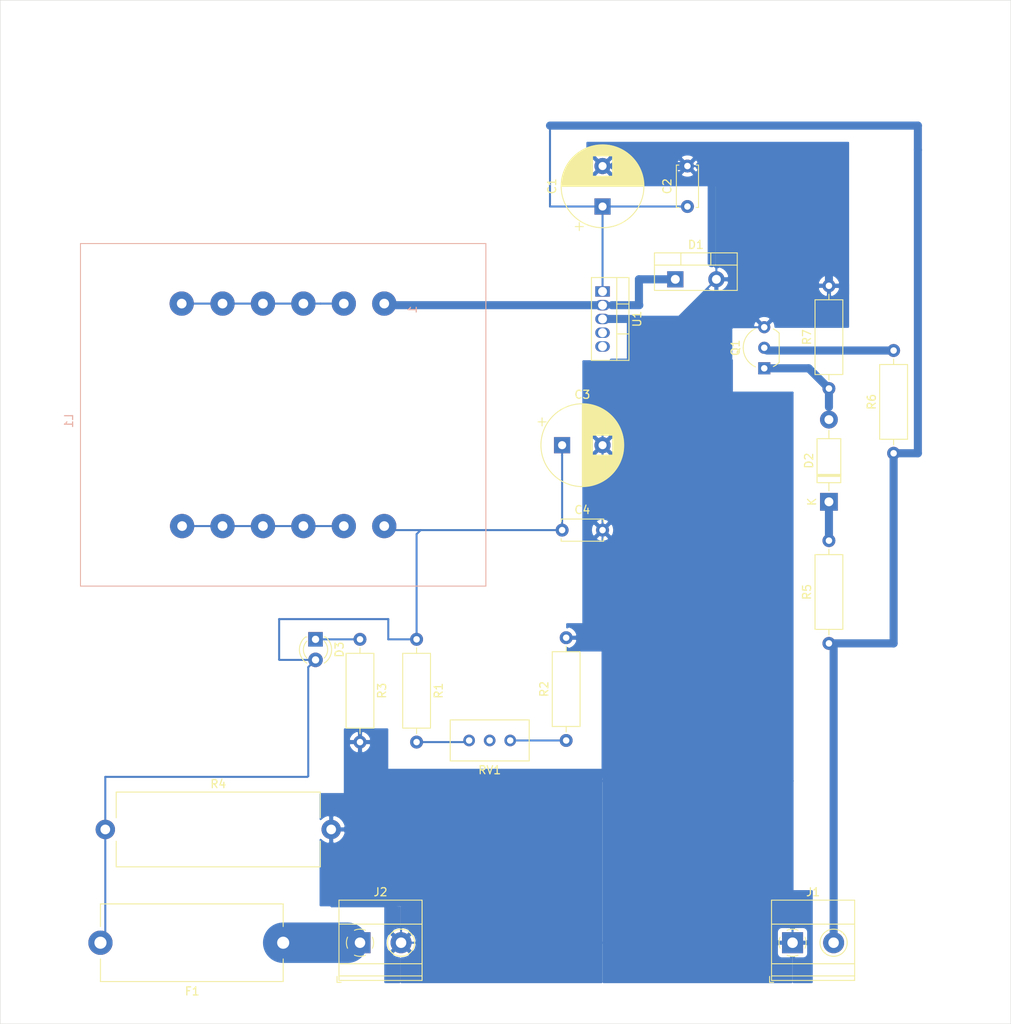
<source format=kicad_pcb>
(kicad_pcb (version 20171130) (host pcbnew 5.1.3-ffb9f22~84~ubuntu16.04.1)

  (general
    (thickness 1.6)
    (drawings 4)
    (tracks 119)
    (zones 0)
    (modules 21)
    (nets 14)
  )

  (page A4)
  (layers
    (0 F.Cu signal)
    (31 B.Cu signal)
    (32 B.Adhes user)
    (33 F.Adhes user)
    (34 B.Paste user)
    (35 F.Paste user)
    (36 B.SilkS user)
    (37 F.SilkS user)
    (38 B.Mask user)
    (39 F.Mask user)
    (40 Dwgs.User user)
    (41 Cmts.User user)
    (42 Eco1.User user)
    (43 Eco2.User user)
    (44 Edge.Cuts user)
    (45 Margin user)
    (46 B.CrtYd user)
    (47 F.CrtYd user)
    (48 B.Fab user)
    (49 F.Fab user)
  )

  (setup
    (last_trace_width 0.25)
    (trace_clearance 0.2)
    (zone_clearance 0.508)
    (zone_45_only no)
    (trace_min 0.2)
    (via_size 0.8)
    (via_drill 0.4)
    (via_min_size 0.4)
    (via_min_drill 0.3)
    (uvia_size 0.3)
    (uvia_drill 0.1)
    (uvias_allowed no)
    (uvia_min_size 0.2)
    (uvia_min_drill 0.1)
    (edge_width 0.05)
    (segment_width 0.2)
    (pcb_text_width 0.3)
    (pcb_text_size 1.5 1.5)
    (mod_edge_width 0.12)
    (mod_text_size 1 1)
    (mod_text_width 0.15)
    (pad_size 1.524 1.524)
    (pad_drill 0.762)
    (pad_to_mask_clearance 0.051)
    (solder_mask_min_width 0.25)
    (aux_axis_origin 0 0)
    (visible_elements FFFFFF7F)
    (pcbplotparams
      (layerselection 0x010fc_ffffffff)
      (usegerberextensions false)
      (usegerberattributes false)
      (usegerberadvancedattributes false)
      (creategerberjobfile false)
      (excludeedgelayer true)
      (linewidth 0.100000)
      (plotframeref false)
      (viasonmask false)
      (mode 1)
      (useauxorigin false)
      (hpglpennumber 1)
      (hpglpenspeed 20)
      (hpglpendiameter 15.000000)
      (psnegative false)
      (psa4output false)
      (plotreference true)
      (plotvalue true)
      (plotinvisibletext false)
      (padsonsilk false)
      (subtractmaskfromsilk false)
      (outputformat 1)
      (mirror false)
      (drillshape 1)
      (scaleselection 1)
      (outputdirectory ""))
  )

  (net 0 "")
  (net 1 "Net-(C1-Pad1)")
  (net 2 GND)
  (net 3 "Net-(C3-Pad1)")
  (net 4 "Net-(D1-Pad1)")
  (net 5 "Net-(D2-Pad1)")
  (net 6 "Net-(D2-Pad2)")
  (net 7 "Net-(D3-Pad1)")
  (net 8 "Net-(J1-Pad2)")
  (net 9 "Net-(Q1-Pad2)")
  (net 10 "Net-(R1-Pad2)")
  (net 11 "Net-(R2-Pad1)")
  (net 12 "Net-(RV1-Pad2)")
  (net 13 "Net-(F1-Pad1)")

  (net_class Default "This is the default net class."
    (clearance 0.2)
    (trace_width 0.25)
    (via_dia 0.8)
    (via_drill 0.4)
    (uvia_dia 0.3)
    (uvia_drill 0.1)
    (add_net GND)
    (add_net "Net-(C1-Pad1)")
    (add_net "Net-(C3-Pad1)")
    (add_net "Net-(D1-Pad1)")
    (add_net "Net-(D2-Pad1)")
    (add_net "Net-(D2-Pad2)")
    (add_net "Net-(D3-Pad1)")
    (add_net "Net-(F1-Pad1)")
    (add_net "Net-(Q1-Pad2)")
    (add_net "Net-(R1-Pad2)")
    (add_net "Net-(R2-Pad1)")
    (add_net "Net-(RV1-Pad2)")
  )

  (module Capacitor_THT:CP_Radial_D10.0mm_P5.00mm (layer F.Cu) (tedit 5AE50EF1) (tstamp 5D42DA34)
    (at 94.5 42 90)
    (descr "CP, Radial series, Radial, pin pitch=5.00mm, , diameter=10mm, Electrolytic Capacitor")
    (tags "CP Radial series Radial pin pitch 5.00mm  diameter 10mm Electrolytic Capacitor")
    (path /5D4369E2)
    (fp_text reference C1 (at 2.5 -6.25 90) (layer F.SilkS)
      (effects (font (size 1 1) (thickness 0.15)))
    )
    (fp_text value 220u (at 2.5 6.25 90) (layer F.Fab)
      (effects (font (size 1 1) (thickness 0.15)))
    )
    (fp_circle (center 2.5 0) (end 7.5 0) (layer F.Fab) (width 0.1))
    (fp_circle (center 2.5 0) (end 7.62 0) (layer F.SilkS) (width 0.12))
    (fp_circle (center 2.5 0) (end 7.75 0) (layer F.CrtYd) (width 0.05))
    (fp_line (start -1.788861 -2.1875) (end -0.788861 -2.1875) (layer F.Fab) (width 0.1))
    (fp_line (start -1.288861 -2.6875) (end -1.288861 -1.6875) (layer F.Fab) (width 0.1))
    (fp_line (start 2.5 -5.08) (end 2.5 5.08) (layer F.SilkS) (width 0.12))
    (fp_line (start 2.54 -5.08) (end 2.54 5.08) (layer F.SilkS) (width 0.12))
    (fp_line (start 2.58 -5.08) (end 2.58 5.08) (layer F.SilkS) (width 0.12))
    (fp_line (start 2.62 -5.079) (end 2.62 5.079) (layer F.SilkS) (width 0.12))
    (fp_line (start 2.66 -5.078) (end 2.66 5.078) (layer F.SilkS) (width 0.12))
    (fp_line (start 2.7 -5.077) (end 2.7 5.077) (layer F.SilkS) (width 0.12))
    (fp_line (start 2.74 -5.075) (end 2.74 5.075) (layer F.SilkS) (width 0.12))
    (fp_line (start 2.78 -5.073) (end 2.78 5.073) (layer F.SilkS) (width 0.12))
    (fp_line (start 2.82 -5.07) (end 2.82 5.07) (layer F.SilkS) (width 0.12))
    (fp_line (start 2.86 -5.068) (end 2.86 5.068) (layer F.SilkS) (width 0.12))
    (fp_line (start 2.9 -5.065) (end 2.9 5.065) (layer F.SilkS) (width 0.12))
    (fp_line (start 2.94 -5.062) (end 2.94 5.062) (layer F.SilkS) (width 0.12))
    (fp_line (start 2.98 -5.058) (end 2.98 5.058) (layer F.SilkS) (width 0.12))
    (fp_line (start 3.02 -5.054) (end 3.02 5.054) (layer F.SilkS) (width 0.12))
    (fp_line (start 3.06 -5.05) (end 3.06 5.05) (layer F.SilkS) (width 0.12))
    (fp_line (start 3.1 -5.045) (end 3.1 5.045) (layer F.SilkS) (width 0.12))
    (fp_line (start 3.14 -5.04) (end 3.14 5.04) (layer F.SilkS) (width 0.12))
    (fp_line (start 3.18 -5.035) (end 3.18 5.035) (layer F.SilkS) (width 0.12))
    (fp_line (start 3.221 -5.03) (end 3.221 5.03) (layer F.SilkS) (width 0.12))
    (fp_line (start 3.261 -5.024) (end 3.261 5.024) (layer F.SilkS) (width 0.12))
    (fp_line (start 3.301 -5.018) (end 3.301 5.018) (layer F.SilkS) (width 0.12))
    (fp_line (start 3.341 -5.011) (end 3.341 5.011) (layer F.SilkS) (width 0.12))
    (fp_line (start 3.381 -5.004) (end 3.381 5.004) (layer F.SilkS) (width 0.12))
    (fp_line (start 3.421 -4.997) (end 3.421 4.997) (layer F.SilkS) (width 0.12))
    (fp_line (start 3.461 -4.99) (end 3.461 4.99) (layer F.SilkS) (width 0.12))
    (fp_line (start 3.501 -4.982) (end 3.501 4.982) (layer F.SilkS) (width 0.12))
    (fp_line (start 3.541 -4.974) (end 3.541 4.974) (layer F.SilkS) (width 0.12))
    (fp_line (start 3.581 -4.965) (end 3.581 4.965) (layer F.SilkS) (width 0.12))
    (fp_line (start 3.621 -4.956) (end 3.621 4.956) (layer F.SilkS) (width 0.12))
    (fp_line (start 3.661 -4.947) (end 3.661 4.947) (layer F.SilkS) (width 0.12))
    (fp_line (start 3.701 -4.938) (end 3.701 4.938) (layer F.SilkS) (width 0.12))
    (fp_line (start 3.741 -4.928) (end 3.741 4.928) (layer F.SilkS) (width 0.12))
    (fp_line (start 3.781 -4.918) (end 3.781 -1.241) (layer F.SilkS) (width 0.12))
    (fp_line (start 3.781 1.241) (end 3.781 4.918) (layer F.SilkS) (width 0.12))
    (fp_line (start 3.821 -4.907) (end 3.821 -1.241) (layer F.SilkS) (width 0.12))
    (fp_line (start 3.821 1.241) (end 3.821 4.907) (layer F.SilkS) (width 0.12))
    (fp_line (start 3.861 -4.897) (end 3.861 -1.241) (layer F.SilkS) (width 0.12))
    (fp_line (start 3.861 1.241) (end 3.861 4.897) (layer F.SilkS) (width 0.12))
    (fp_line (start 3.901 -4.885) (end 3.901 -1.241) (layer F.SilkS) (width 0.12))
    (fp_line (start 3.901 1.241) (end 3.901 4.885) (layer F.SilkS) (width 0.12))
    (fp_line (start 3.941 -4.874) (end 3.941 -1.241) (layer F.SilkS) (width 0.12))
    (fp_line (start 3.941 1.241) (end 3.941 4.874) (layer F.SilkS) (width 0.12))
    (fp_line (start 3.981 -4.862) (end 3.981 -1.241) (layer F.SilkS) (width 0.12))
    (fp_line (start 3.981 1.241) (end 3.981 4.862) (layer F.SilkS) (width 0.12))
    (fp_line (start 4.021 -4.85) (end 4.021 -1.241) (layer F.SilkS) (width 0.12))
    (fp_line (start 4.021 1.241) (end 4.021 4.85) (layer F.SilkS) (width 0.12))
    (fp_line (start 4.061 -4.837) (end 4.061 -1.241) (layer F.SilkS) (width 0.12))
    (fp_line (start 4.061 1.241) (end 4.061 4.837) (layer F.SilkS) (width 0.12))
    (fp_line (start 4.101 -4.824) (end 4.101 -1.241) (layer F.SilkS) (width 0.12))
    (fp_line (start 4.101 1.241) (end 4.101 4.824) (layer F.SilkS) (width 0.12))
    (fp_line (start 4.141 -4.811) (end 4.141 -1.241) (layer F.SilkS) (width 0.12))
    (fp_line (start 4.141 1.241) (end 4.141 4.811) (layer F.SilkS) (width 0.12))
    (fp_line (start 4.181 -4.797) (end 4.181 -1.241) (layer F.SilkS) (width 0.12))
    (fp_line (start 4.181 1.241) (end 4.181 4.797) (layer F.SilkS) (width 0.12))
    (fp_line (start 4.221 -4.783) (end 4.221 -1.241) (layer F.SilkS) (width 0.12))
    (fp_line (start 4.221 1.241) (end 4.221 4.783) (layer F.SilkS) (width 0.12))
    (fp_line (start 4.261 -4.768) (end 4.261 -1.241) (layer F.SilkS) (width 0.12))
    (fp_line (start 4.261 1.241) (end 4.261 4.768) (layer F.SilkS) (width 0.12))
    (fp_line (start 4.301 -4.754) (end 4.301 -1.241) (layer F.SilkS) (width 0.12))
    (fp_line (start 4.301 1.241) (end 4.301 4.754) (layer F.SilkS) (width 0.12))
    (fp_line (start 4.341 -4.738) (end 4.341 -1.241) (layer F.SilkS) (width 0.12))
    (fp_line (start 4.341 1.241) (end 4.341 4.738) (layer F.SilkS) (width 0.12))
    (fp_line (start 4.381 -4.723) (end 4.381 -1.241) (layer F.SilkS) (width 0.12))
    (fp_line (start 4.381 1.241) (end 4.381 4.723) (layer F.SilkS) (width 0.12))
    (fp_line (start 4.421 -4.707) (end 4.421 -1.241) (layer F.SilkS) (width 0.12))
    (fp_line (start 4.421 1.241) (end 4.421 4.707) (layer F.SilkS) (width 0.12))
    (fp_line (start 4.461 -4.69) (end 4.461 -1.241) (layer F.SilkS) (width 0.12))
    (fp_line (start 4.461 1.241) (end 4.461 4.69) (layer F.SilkS) (width 0.12))
    (fp_line (start 4.501 -4.674) (end 4.501 -1.241) (layer F.SilkS) (width 0.12))
    (fp_line (start 4.501 1.241) (end 4.501 4.674) (layer F.SilkS) (width 0.12))
    (fp_line (start 4.541 -4.657) (end 4.541 -1.241) (layer F.SilkS) (width 0.12))
    (fp_line (start 4.541 1.241) (end 4.541 4.657) (layer F.SilkS) (width 0.12))
    (fp_line (start 4.581 -4.639) (end 4.581 -1.241) (layer F.SilkS) (width 0.12))
    (fp_line (start 4.581 1.241) (end 4.581 4.639) (layer F.SilkS) (width 0.12))
    (fp_line (start 4.621 -4.621) (end 4.621 -1.241) (layer F.SilkS) (width 0.12))
    (fp_line (start 4.621 1.241) (end 4.621 4.621) (layer F.SilkS) (width 0.12))
    (fp_line (start 4.661 -4.603) (end 4.661 -1.241) (layer F.SilkS) (width 0.12))
    (fp_line (start 4.661 1.241) (end 4.661 4.603) (layer F.SilkS) (width 0.12))
    (fp_line (start 4.701 -4.584) (end 4.701 -1.241) (layer F.SilkS) (width 0.12))
    (fp_line (start 4.701 1.241) (end 4.701 4.584) (layer F.SilkS) (width 0.12))
    (fp_line (start 4.741 -4.564) (end 4.741 -1.241) (layer F.SilkS) (width 0.12))
    (fp_line (start 4.741 1.241) (end 4.741 4.564) (layer F.SilkS) (width 0.12))
    (fp_line (start 4.781 -4.545) (end 4.781 -1.241) (layer F.SilkS) (width 0.12))
    (fp_line (start 4.781 1.241) (end 4.781 4.545) (layer F.SilkS) (width 0.12))
    (fp_line (start 4.821 -4.525) (end 4.821 -1.241) (layer F.SilkS) (width 0.12))
    (fp_line (start 4.821 1.241) (end 4.821 4.525) (layer F.SilkS) (width 0.12))
    (fp_line (start 4.861 -4.504) (end 4.861 -1.241) (layer F.SilkS) (width 0.12))
    (fp_line (start 4.861 1.241) (end 4.861 4.504) (layer F.SilkS) (width 0.12))
    (fp_line (start 4.901 -4.483) (end 4.901 -1.241) (layer F.SilkS) (width 0.12))
    (fp_line (start 4.901 1.241) (end 4.901 4.483) (layer F.SilkS) (width 0.12))
    (fp_line (start 4.941 -4.462) (end 4.941 -1.241) (layer F.SilkS) (width 0.12))
    (fp_line (start 4.941 1.241) (end 4.941 4.462) (layer F.SilkS) (width 0.12))
    (fp_line (start 4.981 -4.44) (end 4.981 -1.241) (layer F.SilkS) (width 0.12))
    (fp_line (start 4.981 1.241) (end 4.981 4.44) (layer F.SilkS) (width 0.12))
    (fp_line (start 5.021 -4.417) (end 5.021 -1.241) (layer F.SilkS) (width 0.12))
    (fp_line (start 5.021 1.241) (end 5.021 4.417) (layer F.SilkS) (width 0.12))
    (fp_line (start 5.061 -4.395) (end 5.061 -1.241) (layer F.SilkS) (width 0.12))
    (fp_line (start 5.061 1.241) (end 5.061 4.395) (layer F.SilkS) (width 0.12))
    (fp_line (start 5.101 -4.371) (end 5.101 -1.241) (layer F.SilkS) (width 0.12))
    (fp_line (start 5.101 1.241) (end 5.101 4.371) (layer F.SilkS) (width 0.12))
    (fp_line (start 5.141 -4.347) (end 5.141 -1.241) (layer F.SilkS) (width 0.12))
    (fp_line (start 5.141 1.241) (end 5.141 4.347) (layer F.SilkS) (width 0.12))
    (fp_line (start 5.181 -4.323) (end 5.181 -1.241) (layer F.SilkS) (width 0.12))
    (fp_line (start 5.181 1.241) (end 5.181 4.323) (layer F.SilkS) (width 0.12))
    (fp_line (start 5.221 -4.298) (end 5.221 -1.241) (layer F.SilkS) (width 0.12))
    (fp_line (start 5.221 1.241) (end 5.221 4.298) (layer F.SilkS) (width 0.12))
    (fp_line (start 5.261 -4.273) (end 5.261 -1.241) (layer F.SilkS) (width 0.12))
    (fp_line (start 5.261 1.241) (end 5.261 4.273) (layer F.SilkS) (width 0.12))
    (fp_line (start 5.301 -4.247) (end 5.301 -1.241) (layer F.SilkS) (width 0.12))
    (fp_line (start 5.301 1.241) (end 5.301 4.247) (layer F.SilkS) (width 0.12))
    (fp_line (start 5.341 -4.221) (end 5.341 -1.241) (layer F.SilkS) (width 0.12))
    (fp_line (start 5.341 1.241) (end 5.341 4.221) (layer F.SilkS) (width 0.12))
    (fp_line (start 5.381 -4.194) (end 5.381 -1.241) (layer F.SilkS) (width 0.12))
    (fp_line (start 5.381 1.241) (end 5.381 4.194) (layer F.SilkS) (width 0.12))
    (fp_line (start 5.421 -4.166) (end 5.421 -1.241) (layer F.SilkS) (width 0.12))
    (fp_line (start 5.421 1.241) (end 5.421 4.166) (layer F.SilkS) (width 0.12))
    (fp_line (start 5.461 -4.138) (end 5.461 -1.241) (layer F.SilkS) (width 0.12))
    (fp_line (start 5.461 1.241) (end 5.461 4.138) (layer F.SilkS) (width 0.12))
    (fp_line (start 5.501 -4.11) (end 5.501 -1.241) (layer F.SilkS) (width 0.12))
    (fp_line (start 5.501 1.241) (end 5.501 4.11) (layer F.SilkS) (width 0.12))
    (fp_line (start 5.541 -4.08) (end 5.541 -1.241) (layer F.SilkS) (width 0.12))
    (fp_line (start 5.541 1.241) (end 5.541 4.08) (layer F.SilkS) (width 0.12))
    (fp_line (start 5.581 -4.05) (end 5.581 -1.241) (layer F.SilkS) (width 0.12))
    (fp_line (start 5.581 1.241) (end 5.581 4.05) (layer F.SilkS) (width 0.12))
    (fp_line (start 5.621 -4.02) (end 5.621 -1.241) (layer F.SilkS) (width 0.12))
    (fp_line (start 5.621 1.241) (end 5.621 4.02) (layer F.SilkS) (width 0.12))
    (fp_line (start 5.661 -3.989) (end 5.661 -1.241) (layer F.SilkS) (width 0.12))
    (fp_line (start 5.661 1.241) (end 5.661 3.989) (layer F.SilkS) (width 0.12))
    (fp_line (start 5.701 -3.957) (end 5.701 -1.241) (layer F.SilkS) (width 0.12))
    (fp_line (start 5.701 1.241) (end 5.701 3.957) (layer F.SilkS) (width 0.12))
    (fp_line (start 5.741 -3.925) (end 5.741 -1.241) (layer F.SilkS) (width 0.12))
    (fp_line (start 5.741 1.241) (end 5.741 3.925) (layer F.SilkS) (width 0.12))
    (fp_line (start 5.781 -3.892) (end 5.781 -1.241) (layer F.SilkS) (width 0.12))
    (fp_line (start 5.781 1.241) (end 5.781 3.892) (layer F.SilkS) (width 0.12))
    (fp_line (start 5.821 -3.858) (end 5.821 -1.241) (layer F.SilkS) (width 0.12))
    (fp_line (start 5.821 1.241) (end 5.821 3.858) (layer F.SilkS) (width 0.12))
    (fp_line (start 5.861 -3.824) (end 5.861 -1.241) (layer F.SilkS) (width 0.12))
    (fp_line (start 5.861 1.241) (end 5.861 3.824) (layer F.SilkS) (width 0.12))
    (fp_line (start 5.901 -3.789) (end 5.901 -1.241) (layer F.SilkS) (width 0.12))
    (fp_line (start 5.901 1.241) (end 5.901 3.789) (layer F.SilkS) (width 0.12))
    (fp_line (start 5.941 -3.753) (end 5.941 -1.241) (layer F.SilkS) (width 0.12))
    (fp_line (start 5.941 1.241) (end 5.941 3.753) (layer F.SilkS) (width 0.12))
    (fp_line (start 5.981 -3.716) (end 5.981 -1.241) (layer F.SilkS) (width 0.12))
    (fp_line (start 5.981 1.241) (end 5.981 3.716) (layer F.SilkS) (width 0.12))
    (fp_line (start 6.021 -3.679) (end 6.021 -1.241) (layer F.SilkS) (width 0.12))
    (fp_line (start 6.021 1.241) (end 6.021 3.679) (layer F.SilkS) (width 0.12))
    (fp_line (start 6.061 -3.64) (end 6.061 -1.241) (layer F.SilkS) (width 0.12))
    (fp_line (start 6.061 1.241) (end 6.061 3.64) (layer F.SilkS) (width 0.12))
    (fp_line (start 6.101 -3.601) (end 6.101 -1.241) (layer F.SilkS) (width 0.12))
    (fp_line (start 6.101 1.241) (end 6.101 3.601) (layer F.SilkS) (width 0.12))
    (fp_line (start 6.141 -3.561) (end 6.141 -1.241) (layer F.SilkS) (width 0.12))
    (fp_line (start 6.141 1.241) (end 6.141 3.561) (layer F.SilkS) (width 0.12))
    (fp_line (start 6.181 -3.52) (end 6.181 -1.241) (layer F.SilkS) (width 0.12))
    (fp_line (start 6.181 1.241) (end 6.181 3.52) (layer F.SilkS) (width 0.12))
    (fp_line (start 6.221 -3.478) (end 6.221 -1.241) (layer F.SilkS) (width 0.12))
    (fp_line (start 6.221 1.241) (end 6.221 3.478) (layer F.SilkS) (width 0.12))
    (fp_line (start 6.261 -3.436) (end 6.261 3.436) (layer F.SilkS) (width 0.12))
    (fp_line (start 6.301 -3.392) (end 6.301 3.392) (layer F.SilkS) (width 0.12))
    (fp_line (start 6.341 -3.347) (end 6.341 3.347) (layer F.SilkS) (width 0.12))
    (fp_line (start 6.381 -3.301) (end 6.381 3.301) (layer F.SilkS) (width 0.12))
    (fp_line (start 6.421 -3.254) (end 6.421 3.254) (layer F.SilkS) (width 0.12))
    (fp_line (start 6.461 -3.206) (end 6.461 3.206) (layer F.SilkS) (width 0.12))
    (fp_line (start 6.501 -3.156) (end 6.501 3.156) (layer F.SilkS) (width 0.12))
    (fp_line (start 6.541 -3.106) (end 6.541 3.106) (layer F.SilkS) (width 0.12))
    (fp_line (start 6.581 -3.054) (end 6.581 3.054) (layer F.SilkS) (width 0.12))
    (fp_line (start 6.621 -3) (end 6.621 3) (layer F.SilkS) (width 0.12))
    (fp_line (start 6.661 -2.945) (end 6.661 2.945) (layer F.SilkS) (width 0.12))
    (fp_line (start 6.701 -2.889) (end 6.701 2.889) (layer F.SilkS) (width 0.12))
    (fp_line (start 6.741 -2.83) (end 6.741 2.83) (layer F.SilkS) (width 0.12))
    (fp_line (start 6.781 -2.77) (end 6.781 2.77) (layer F.SilkS) (width 0.12))
    (fp_line (start 6.821 -2.709) (end 6.821 2.709) (layer F.SilkS) (width 0.12))
    (fp_line (start 6.861 -2.645) (end 6.861 2.645) (layer F.SilkS) (width 0.12))
    (fp_line (start 6.901 -2.579) (end 6.901 2.579) (layer F.SilkS) (width 0.12))
    (fp_line (start 6.941 -2.51) (end 6.941 2.51) (layer F.SilkS) (width 0.12))
    (fp_line (start 6.981 -2.439) (end 6.981 2.439) (layer F.SilkS) (width 0.12))
    (fp_line (start 7.021 -2.365) (end 7.021 2.365) (layer F.SilkS) (width 0.12))
    (fp_line (start 7.061 -2.289) (end 7.061 2.289) (layer F.SilkS) (width 0.12))
    (fp_line (start 7.101 -2.209) (end 7.101 2.209) (layer F.SilkS) (width 0.12))
    (fp_line (start 7.141 -2.125) (end 7.141 2.125) (layer F.SilkS) (width 0.12))
    (fp_line (start 7.181 -2.037) (end 7.181 2.037) (layer F.SilkS) (width 0.12))
    (fp_line (start 7.221 -1.944) (end 7.221 1.944) (layer F.SilkS) (width 0.12))
    (fp_line (start 7.261 -1.846) (end 7.261 1.846) (layer F.SilkS) (width 0.12))
    (fp_line (start 7.301 -1.742) (end 7.301 1.742) (layer F.SilkS) (width 0.12))
    (fp_line (start 7.341 -1.63) (end 7.341 1.63) (layer F.SilkS) (width 0.12))
    (fp_line (start 7.381 -1.51) (end 7.381 1.51) (layer F.SilkS) (width 0.12))
    (fp_line (start 7.421 -1.378) (end 7.421 1.378) (layer F.SilkS) (width 0.12))
    (fp_line (start 7.461 -1.23) (end 7.461 1.23) (layer F.SilkS) (width 0.12))
    (fp_line (start 7.501 -1.062) (end 7.501 1.062) (layer F.SilkS) (width 0.12))
    (fp_line (start 7.541 -0.862) (end 7.541 0.862) (layer F.SilkS) (width 0.12))
    (fp_line (start 7.581 -0.599) (end 7.581 0.599) (layer F.SilkS) (width 0.12))
    (fp_line (start -2.979646 -2.875) (end -1.979646 -2.875) (layer F.SilkS) (width 0.12))
    (fp_line (start -2.479646 -3.375) (end -2.479646 -2.375) (layer F.SilkS) (width 0.12))
    (fp_text user %R (at 2.5 0 90) (layer F.Fab)
      (effects (font (size 1 1) (thickness 0.15)))
    )
    (pad 1 thru_hole rect (at 0 0 90) (size 2 2) (drill 1) (layers *.Cu *.Mask)
      (net 1 "Net-(C1-Pad1)"))
    (pad 2 thru_hole circle (at 5 0 90) (size 2 2) (drill 1) (layers *.Cu *.Mask)
      (net 4 "Net-(D1-Pad1)"))
    (model ${KISYS3DMOD}/Capacitor_THT.3dshapes/CP_Radial_D10.0mm_P5.00mm.wrl
      (at (xyz 0 0 0))
      (scale (xyz 1 1 1))
      (rotate (xyz 0 0 0))
    )
  )

  (module Capacitor_THT:C_Disc_D5.0mm_W2.5mm_P5.00mm (layer F.Cu) (tedit 5AE50EF0) (tstamp 5D42DA49)
    (at 105 42 90)
    (descr "C, Disc series, Radial, pin pitch=5.00mm, , diameter*width=5*2.5mm^2, Capacitor, http://cdn-reichelt.de/documents/datenblatt/B300/DS_KERKO_TC.pdf")
    (tags "C Disc series Radial pin pitch 5.00mm  diameter 5mm width 2.5mm Capacitor")
    (path /5D437B8D)
    (fp_text reference C2 (at 2.5 -2.5 90) (layer F.SilkS)
      (effects (font (size 1 1) (thickness 0.15)))
    )
    (fp_text value 100n (at 2.5 2.5 90) (layer F.Fab)
      (effects (font (size 1 1) (thickness 0.15)))
    )
    (fp_line (start 0 -1.25) (end 0 1.25) (layer F.Fab) (width 0.1))
    (fp_line (start 0 1.25) (end 5 1.25) (layer F.Fab) (width 0.1))
    (fp_line (start 5 1.25) (end 5 -1.25) (layer F.Fab) (width 0.1))
    (fp_line (start 5 -1.25) (end 0 -1.25) (layer F.Fab) (width 0.1))
    (fp_line (start -0.12 -1.37) (end 5.12 -1.37) (layer F.SilkS) (width 0.12))
    (fp_line (start -0.12 1.37) (end 5.12 1.37) (layer F.SilkS) (width 0.12))
    (fp_line (start -0.12 -1.37) (end -0.12 -1.055) (layer F.SilkS) (width 0.12))
    (fp_line (start -0.12 1.055) (end -0.12 1.37) (layer F.SilkS) (width 0.12))
    (fp_line (start 5.12 -1.37) (end 5.12 -1.055) (layer F.SilkS) (width 0.12))
    (fp_line (start 5.12 1.055) (end 5.12 1.37) (layer F.SilkS) (width 0.12))
    (fp_line (start -1.05 -1.5) (end -1.05 1.5) (layer F.CrtYd) (width 0.05))
    (fp_line (start -1.05 1.5) (end 6.05 1.5) (layer F.CrtYd) (width 0.05))
    (fp_line (start 6.05 1.5) (end 6.05 -1.5) (layer F.CrtYd) (width 0.05))
    (fp_line (start 6.05 -1.5) (end -1.05 -1.5) (layer F.CrtYd) (width 0.05))
    (fp_text user %R (at 2.5 0 270) (layer F.Fab)
      (effects (font (size 1 1) (thickness 0.15)))
    )
    (pad 1 thru_hole circle (at 0 0 90) (size 1.6 1.6) (drill 0.8) (layers *.Cu *.Mask)
      (net 1 "Net-(C1-Pad1)"))
    (pad 2 thru_hole circle (at 5 0 90) (size 1.6 1.6) (drill 0.8) (layers *.Cu *.Mask)
      (net 4 "Net-(D1-Pad1)"))
    (model ${KISYS3DMOD}/Capacitor_THT.3dshapes/C_Disc_D5.0mm_W2.5mm_P5.00mm.wrl
      (at (xyz 0 0 0))
      (scale (xyz 1 1 1))
      (rotate (xyz 0 0 0))
    )
  )

  (module Capacitor_THT:CP_Radial_D10.0mm_P5.00mm (layer F.Cu) (tedit 5AE50EF1) (tstamp 5D42DB15)
    (at 89.5 71.5)
    (descr "CP, Radial series, Radial, pin pitch=5.00mm, , diameter=10mm, Electrolytic Capacitor")
    (tags "CP Radial series Radial pin pitch 5.00mm  diameter 10mm Electrolytic Capacitor")
    (path /5D45125E)
    (fp_text reference C3 (at 2.5 -6.25) (layer F.SilkS)
      (effects (font (size 1 1) (thickness 0.15)))
    )
    (fp_text value 220u (at 2.5 6.25) (layer F.Fab)
      (effects (font (size 1 1) (thickness 0.15)))
    )
    (fp_text user %R (at 2.5 0) (layer F.Fab)
      (effects (font (size 1 1) (thickness 0.15)))
    )
    (fp_line (start -2.479646 -3.375) (end -2.479646 -2.375) (layer F.SilkS) (width 0.12))
    (fp_line (start -2.979646 -2.875) (end -1.979646 -2.875) (layer F.SilkS) (width 0.12))
    (fp_line (start 7.581 -0.599) (end 7.581 0.599) (layer F.SilkS) (width 0.12))
    (fp_line (start 7.541 -0.862) (end 7.541 0.862) (layer F.SilkS) (width 0.12))
    (fp_line (start 7.501 -1.062) (end 7.501 1.062) (layer F.SilkS) (width 0.12))
    (fp_line (start 7.461 -1.23) (end 7.461 1.23) (layer F.SilkS) (width 0.12))
    (fp_line (start 7.421 -1.378) (end 7.421 1.378) (layer F.SilkS) (width 0.12))
    (fp_line (start 7.381 -1.51) (end 7.381 1.51) (layer F.SilkS) (width 0.12))
    (fp_line (start 7.341 -1.63) (end 7.341 1.63) (layer F.SilkS) (width 0.12))
    (fp_line (start 7.301 -1.742) (end 7.301 1.742) (layer F.SilkS) (width 0.12))
    (fp_line (start 7.261 -1.846) (end 7.261 1.846) (layer F.SilkS) (width 0.12))
    (fp_line (start 7.221 -1.944) (end 7.221 1.944) (layer F.SilkS) (width 0.12))
    (fp_line (start 7.181 -2.037) (end 7.181 2.037) (layer F.SilkS) (width 0.12))
    (fp_line (start 7.141 -2.125) (end 7.141 2.125) (layer F.SilkS) (width 0.12))
    (fp_line (start 7.101 -2.209) (end 7.101 2.209) (layer F.SilkS) (width 0.12))
    (fp_line (start 7.061 -2.289) (end 7.061 2.289) (layer F.SilkS) (width 0.12))
    (fp_line (start 7.021 -2.365) (end 7.021 2.365) (layer F.SilkS) (width 0.12))
    (fp_line (start 6.981 -2.439) (end 6.981 2.439) (layer F.SilkS) (width 0.12))
    (fp_line (start 6.941 -2.51) (end 6.941 2.51) (layer F.SilkS) (width 0.12))
    (fp_line (start 6.901 -2.579) (end 6.901 2.579) (layer F.SilkS) (width 0.12))
    (fp_line (start 6.861 -2.645) (end 6.861 2.645) (layer F.SilkS) (width 0.12))
    (fp_line (start 6.821 -2.709) (end 6.821 2.709) (layer F.SilkS) (width 0.12))
    (fp_line (start 6.781 -2.77) (end 6.781 2.77) (layer F.SilkS) (width 0.12))
    (fp_line (start 6.741 -2.83) (end 6.741 2.83) (layer F.SilkS) (width 0.12))
    (fp_line (start 6.701 -2.889) (end 6.701 2.889) (layer F.SilkS) (width 0.12))
    (fp_line (start 6.661 -2.945) (end 6.661 2.945) (layer F.SilkS) (width 0.12))
    (fp_line (start 6.621 -3) (end 6.621 3) (layer F.SilkS) (width 0.12))
    (fp_line (start 6.581 -3.054) (end 6.581 3.054) (layer F.SilkS) (width 0.12))
    (fp_line (start 6.541 -3.106) (end 6.541 3.106) (layer F.SilkS) (width 0.12))
    (fp_line (start 6.501 -3.156) (end 6.501 3.156) (layer F.SilkS) (width 0.12))
    (fp_line (start 6.461 -3.206) (end 6.461 3.206) (layer F.SilkS) (width 0.12))
    (fp_line (start 6.421 -3.254) (end 6.421 3.254) (layer F.SilkS) (width 0.12))
    (fp_line (start 6.381 -3.301) (end 6.381 3.301) (layer F.SilkS) (width 0.12))
    (fp_line (start 6.341 -3.347) (end 6.341 3.347) (layer F.SilkS) (width 0.12))
    (fp_line (start 6.301 -3.392) (end 6.301 3.392) (layer F.SilkS) (width 0.12))
    (fp_line (start 6.261 -3.436) (end 6.261 3.436) (layer F.SilkS) (width 0.12))
    (fp_line (start 6.221 1.241) (end 6.221 3.478) (layer F.SilkS) (width 0.12))
    (fp_line (start 6.221 -3.478) (end 6.221 -1.241) (layer F.SilkS) (width 0.12))
    (fp_line (start 6.181 1.241) (end 6.181 3.52) (layer F.SilkS) (width 0.12))
    (fp_line (start 6.181 -3.52) (end 6.181 -1.241) (layer F.SilkS) (width 0.12))
    (fp_line (start 6.141 1.241) (end 6.141 3.561) (layer F.SilkS) (width 0.12))
    (fp_line (start 6.141 -3.561) (end 6.141 -1.241) (layer F.SilkS) (width 0.12))
    (fp_line (start 6.101 1.241) (end 6.101 3.601) (layer F.SilkS) (width 0.12))
    (fp_line (start 6.101 -3.601) (end 6.101 -1.241) (layer F.SilkS) (width 0.12))
    (fp_line (start 6.061 1.241) (end 6.061 3.64) (layer F.SilkS) (width 0.12))
    (fp_line (start 6.061 -3.64) (end 6.061 -1.241) (layer F.SilkS) (width 0.12))
    (fp_line (start 6.021 1.241) (end 6.021 3.679) (layer F.SilkS) (width 0.12))
    (fp_line (start 6.021 -3.679) (end 6.021 -1.241) (layer F.SilkS) (width 0.12))
    (fp_line (start 5.981 1.241) (end 5.981 3.716) (layer F.SilkS) (width 0.12))
    (fp_line (start 5.981 -3.716) (end 5.981 -1.241) (layer F.SilkS) (width 0.12))
    (fp_line (start 5.941 1.241) (end 5.941 3.753) (layer F.SilkS) (width 0.12))
    (fp_line (start 5.941 -3.753) (end 5.941 -1.241) (layer F.SilkS) (width 0.12))
    (fp_line (start 5.901 1.241) (end 5.901 3.789) (layer F.SilkS) (width 0.12))
    (fp_line (start 5.901 -3.789) (end 5.901 -1.241) (layer F.SilkS) (width 0.12))
    (fp_line (start 5.861 1.241) (end 5.861 3.824) (layer F.SilkS) (width 0.12))
    (fp_line (start 5.861 -3.824) (end 5.861 -1.241) (layer F.SilkS) (width 0.12))
    (fp_line (start 5.821 1.241) (end 5.821 3.858) (layer F.SilkS) (width 0.12))
    (fp_line (start 5.821 -3.858) (end 5.821 -1.241) (layer F.SilkS) (width 0.12))
    (fp_line (start 5.781 1.241) (end 5.781 3.892) (layer F.SilkS) (width 0.12))
    (fp_line (start 5.781 -3.892) (end 5.781 -1.241) (layer F.SilkS) (width 0.12))
    (fp_line (start 5.741 1.241) (end 5.741 3.925) (layer F.SilkS) (width 0.12))
    (fp_line (start 5.741 -3.925) (end 5.741 -1.241) (layer F.SilkS) (width 0.12))
    (fp_line (start 5.701 1.241) (end 5.701 3.957) (layer F.SilkS) (width 0.12))
    (fp_line (start 5.701 -3.957) (end 5.701 -1.241) (layer F.SilkS) (width 0.12))
    (fp_line (start 5.661 1.241) (end 5.661 3.989) (layer F.SilkS) (width 0.12))
    (fp_line (start 5.661 -3.989) (end 5.661 -1.241) (layer F.SilkS) (width 0.12))
    (fp_line (start 5.621 1.241) (end 5.621 4.02) (layer F.SilkS) (width 0.12))
    (fp_line (start 5.621 -4.02) (end 5.621 -1.241) (layer F.SilkS) (width 0.12))
    (fp_line (start 5.581 1.241) (end 5.581 4.05) (layer F.SilkS) (width 0.12))
    (fp_line (start 5.581 -4.05) (end 5.581 -1.241) (layer F.SilkS) (width 0.12))
    (fp_line (start 5.541 1.241) (end 5.541 4.08) (layer F.SilkS) (width 0.12))
    (fp_line (start 5.541 -4.08) (end 5.541 -1.241) (layer F.SilkS) (width 0.12))
    (fp_line (start 5.501 1.241) (end 5.501 4.11) (layer F.SilkS) (width 0.12))
    (fp_line (start 5.501 -4.11) (end 5.501 -1.241) (layer F.SilkS) (width 0.12))
    (fp_line (start 5.461 1.241) (end 5.461 4.138) (layer F.SilkS) (width 0.12))
    (fp_line (start 5.461 -4.138) (end 5.461 -1.241) (layer F.SilkS) (width 0.12))
    (fp_line (start 5.421 1.241) (end 5.421 4.166) (layer F.SilkS) (width 0.12))
    (fp_line (start 5.421 -4.166) (end 5.421 -1.241) (layer F.SilkS) (width 0.12))
    (fp_line (start 5.381 1.241) (end 5.381 4.194) (layer F.SilkS) (width 0.12))
    (fp_line (start 5.381 -4.194) (end 5.381 -1.241) (layer F.SilkS) (width 0.12))
    (fp_line (start 5.341 1.241) (end 5.341 4.221) (layer F.SilkS) (width 0.12))
    (fp_line (start 5.341 -4.221) (end 5.341 -1.241) (layer F.SilkS) (width 0.12))
    (fp_line (start 5.301 1.241) (end 5.301 4.247) (layer F.SilkS) (width 0.12))
    (fp_line (start 5.301 -4.247) (end 5.301 -1.241) (layer F.SilkS) (width 0.12))
    (fp_line (start 5.261 1.241) (end 5.261 4.273) (layer F.SilkS) (width 0.12))
    (fp_line (start 5.261 -4.273) (end 5.261 -1.241) (layer F.SilkS) (width 0.12))
    (fp_line (start 5.221 1.241) (end 5.221 4.298) (layer F.SilkS) (width 0.12))
    (fp_line (start 5.221 -4.298) (end 5.221 -1.241) (layer F.SilkS) (width 0.12))
    (fp_line (start 5.181 1.241) (end 5.181 4.323) (layer F.SilkS) (width 0.12))
    (fp_line (start 5.181 -4.323) (end 5.181 -1.241) (layer F.SilkS) (width 0.12))
    (fp_line (start 5.141 1.241) (end 5.141 4.347) (layer F.SilkS) (width 0.12))
    (fp_line (start 5.141 -4.347) (end 5.141 -1.241) (layer F.SilkS) (width 0.12))
    (fp_line (start 5.101 1.241) (end 5.101 4.371) (layer F.SilkS) (width 0.12))
    (fp_line (start 5.101 -4.371) (end 5.101 -1.241) (layer F.SilkS) (width 0.12))
    (fp_line (start 5.061 1.241) (end 5.061 4.395) (layer F.SilkS) (width 0.12))
    (fp_line (start 5.061 -4.395) (end 5.061 -1.241) (layer F.SilkS) (width 0.12))
    (fp_line (start 5.021 1.241) (end 5.021 4.417) (layer F.SilkS) (width 0.12))
    (fp_line (start 5.021 -4.417) (end 5.021 -1.241) (layer F.SilkS) (width 0.12))
    (fp_line (start 4.981 1.241) (end 4.981 4.44) (layer F.SilkS) (width 0.12))
    (fp_line (start 4.981 -4.44) (end 4.981 -1.241) (layer F.SilkS) (width 0.12))
    (fp_line (start 4.941 1.241) (end 4.941 4.462) (layer F.SilkS) (width 0.12))
    (fp_line (start 4.941 -4.462) (end 4.941 -1.241) (layer F.SilkS) (width 0.12))
    (fp_line (start 4.901 1.241) (end 4.901 4.483) (layer F.SilkS) (width 0.12))
    (fp_line (start 4.901 -4.483) (end 4.901 -1.241) (layer F.SilkS) (width 0.12))
    (fp_line (start 4.861 1.241) (end 4.861 4.504) (layer F.SilkS) (width 0.12))
    (fp_line (start 4.861 -4.504) (end 4.861 -1.241) (layer F.SilkS) (width 0.12))
    (fp_line (start 4.821 1.241) (end 4.821 4.525) (layer F.SilkS) (width 0.12))
    (fp_line (start 4.821 -4.525) (end 4.821 -1.241) (layer F.SilkS) (width 0.12))
    (fp_line (start 4.781 1.241) (end 4.781 4.545) (layer F.SilkS) (width 0.12))
    (fp_line (start 4.781 -4.545) (end 4.781 -1.241) (layer F.SilkS) (width 0.12))
    (fp_line (start 4.741 1.241) (end 4.741 4.564) (layer F.SilkS) (width 0.12))
    (fp_line (start 4.741 -4.564) (end 4.741 -1.241) (layer F.SilkS) (width 0.12))
    (fp_line (start 4.701 1.241) (end 4.701 4.584) (layer F.SilkS) (width 0.12))
    (fp_line (start 4.701 -4.584) (end 4.701 -1.241) (layer F.SilkS) (width 0.12))
    (fp_line (start 4.661 1.241) (end 4.661 4.603) (layer F.SilkS) (width 0.12))
    (fp_line (start 4.661 -4.603) (end 4.661 -1.241) (layer F.SilkS) (width 0.12))
    (fp_line (start 4.621 1.241) (end 4.621 4.621) (layer F.SilkS) (width 0.12))
    (fp_line (start 4.621 -4.621) (end 4.621 -1.241) (layer F.SilkS) (width 0.12))
    (fp_line (start 4.581 1.241) (end 4.581 4.639) (layer F.SilkS) (width 0.12))
    (fp_line (start 4.581 -4.639) (end 4.581 -1.241) (layer F.SilkS) (width 0.12))
    (fp_line (start 4.541 1.241) (end 4.541 4.657) (layer F.SilkS) (width 0.12))
    (fp_line (start 4.541 -4.657) (end 4.541 -1.241) (layer F.SilkS) (width 0.12))
    (fp_line (start 4.501 1.241) (end 4.501 4.674) (layer F.SilkS) (width 0.12))
    (fp_line (start 4.501 -4.674) (end 4.501 -1.241) (layer F.SilkS) (width 0.12))
    (fp_line (start 4.461 1.241) (end 4.461 4.69) (layer F.SilkS) (width 0.12))
    (fp_line (start 4.461 -4.69) (end 4.461 -1.241) (layer F.SilkS) (width 0.12))
    (fp_line (start 4.421 1.241) (end 4.421 4.707) (layer F.SilkS) (width 0.12))
    (fp_line (start 4.421 -4.707) (end 4.421 -1.241) (layer F.SilkS) (width 0.12))
    (fp_line (start 4.381 1.241) (end 4.381 4.723) (layer F.SilkS) (width 0.12))
    (fp_line (start 4.381 -4.723) (end 4.381 -1.241) (layer F.SilkS) (width 0.12))
    (fp_line (start 4.341 1.241) (end 4.341 4.738) (layer F.SilkS) (width 0.12))
    (fp_line (start 4.341 -4.738) (end 4.341 -1.241) (layer F.SilkS) (width 0.12))
    (fp_line (start 4.301 1.241) (end 4.301 4.754) (layer F.SilkS) (width 0.12))
    (fp_line (start 4.301 -4.754) (end 4.301 -1.241) (layer F.SilkS) (width 0.12))
    (fp_line (start 4.261 1.241) (end 4.261 4.768) (layer F.SilkS) (width 0.12))
    (fp_line (start 4.261 -4.768) (end 4.261 -1.241) (layer F.SilkS) (width 0.12))
    (fp_line (start 4.221 1.241) (end 4.221 4.783) (layer F.SilkS) (width 0.12))
    (fp_line (start 4.221 -4.783) (end 4.221 -1.241) (layer F.SilkS) (width 0.12))
    (fp_line (start 4.181 1.241) (end 4.181 4.797) (layer F.SilkS) (width 0.12))
    (fp_line (start 4.181 -4.797) (end 4.181 -1.241) (layer F.SilkS) (width 0.12))
    (fp_line (start 4.141 1.241) (end 4.141 4.811) (layer F.SilkS) (width 0.12))
    (fp_line (start 4.141 -4.811) (end 4.141 -1.241) (layer F.SilkS) (width 0.12))
    (fp_line (start 4.101 1.241) (end 4.101 4.824) (layer F.SilkS) (width 0.12))
    (fp_line (start 4.101 -4.824) (end 4.101 -1.241) (layer F.SilkS) (width 0.12))
    (fp_line (start 4.061 1.241) (end 4.061 4.837) (layer F.SilkS) (width 0.12))
    (fp_line (start 4.061 -4.837) (end 4.061 -1.241) (layer F.SilkS) (width 0.12))
    (fp_line (start 4.021 1.241) (end 4.021 4.85) (layer F.SilkS) (width 0.12))
    (fp_line (start 4.021 -4.85) (end 4.021 -1.241) (layer F.SilkS) (width 0.12))
    (fp_line (start 3.981 1.241) (end 3.981 4.862) (layer F.SilkS) (width 0.12))
    (fp_line (start 3.981 -4.862) (end 3.981 -1.241) (layer F.SilkS) (width 0.12))
    (fp_line (start 3.941 1.241) (end 3.941 4.874) (layer F.SilkS) (width 0.12))
    (fp_line (start 3.941 -4.874) (end 3.941 -1.241) (layer F.SilkS) (width 0.12))
    (fp_line (start 3.901 1.241) (end 3.901 4.885) (layer F.SilkS) (width 0.12))
    (fp_line (start 3.901 -4.885) (end 3.901 -1.241) (layer F.SilkS) (width 0.12))
    (fp_line (start 3.861 1.241) (end 3.861 4.897) (layer F.SilkS) (width 0.12))
    (fp_line (start 3.861 -4.897) (end 3.861 -1.241) (layer F.SilkS) (width 0.12))
    (fp_line (start 3.821 1.241) (end 3.821 4.907) (layer F.SilkS) (width 0.12))
    (fp_line (start 3.821 -4.907) (end 3.821 -1.241) (layer F.SilkS) (width 0.12))
    (fp_line (start 3.781 1.241) (end 3.781 4.918) (layer F.SilkS) (width 0.12))
    (fp_line (start 3.781 -4.918) (end 3.781 -1.241) (layer F.SilkS) (width 0.12))
    (fp_line (start 3.741 -4.928) (end 3.741 4.928) (layer F.SilkS) (width 0.12))
    (fp_line (start 3.701 -4.938) (end 3.701 4.938) (layer F.SilkS) (width 0.12))
    (fp_line (start 3.661 -4.947) (end 3.661 4.947) (layer F.SilkS) (width 0.12))
    (fp_line (start 3.621 -4.956) (end 3.621 4.956) (layer F.SilkS) (width 0.12))
    (fp_line (start 3.581 -4.965) (end 3.581 4.965) (layer F.SilkS) (width 0.12))
    (fp_line (start 3.541 -4.974) (end 3.541 4.974) (layer F.SilkS) (width 0.12))
    (fp_line (start 3.501 -4.982) (end 3.501 4.982) (layer F.SilkS) (width 0.12))
    (fp_line (start 3.461 -4.99) (end 3.461 4.99) (layer F.SilkS) (width 0.12))
    (fp_line (start 3.421 -4.997) (end 3.421 4.997) (layer F.SilkS) (width 0.12))
    (fp_line (start 3.381 -5.004) (end 3.381 5.004) (layer F.SilkS) (width 0.12))
    (fp_line (start 3.341 -5.011) (end 3.341 5.011) (layer F.SilkS) (width 0.12))
    (fp_line (start 3.301 -5.018) (end 3.301 5.018) (layer F.SilkS) (width 0.12))
    (fp_line (start 3.261 -5.024) (end 3.261 5.024) (layer F.SilkS) (width 0.12))
    (fp_line (start 3.221 -5.03) (end 3.221 5.03) (layer F.SilkS) (width 0.12))
    (fp_line (start 3.18 -5.035) (end 3.18 5.035) (layer F.SilkS) (width 0.12))
    (fp_line (start 3.14 -5.04) (end 3.14 5.04) (layer F.SilkS) (width 0.12))
    (fp_line (start 3.1 -5.045) (end 3.1 5.045) (layer F.SilkS) (width 0.12))
    (fp_line (start 3.06 -5.05) (end 3.06 5.05) (layer F.SilkS) (width 0.12))
    (fp_line (start 3.02 -5.054) (end 3.02 5.054) (layer F.SilkS) (width 0.12))
    (fp_line (start 2.98 -5.058) (end 2.98 5.058) (layer F.SilkS) (width 0.12))
    (fp_line (start 2.94 -5.062) (end 2.94 5.062) (layer F.SilkS) (width 0.12))
    (fp_line (start 2.9 -5.065) (end 2.9 5.065) (layer F.SilkS) (width 0.12))
    (fp_line (start 2.86 -5.068) (end 2.86 5.068) (layer F.SilkS) (width 0.12))
    (fp_line (start 2.82 -5.07) (end 2.82 5.07) (layer F.SilkS) (width 0.12))
    (fp_line (start 2.78 -5.073) (end 2.78 5.073) (layer F.SilkS) (width 0.12))
    (fp_line (start 2.74 -5.075) (end 2.74 5.075) (layer F.SilkS) (width 0.12))
    (fp_line (start 2.7 -5.077) (end 2.7 5.077) (layer F.SilkS) (width 0.12))
    (fp_line (start 2.66 -5.078) (end 2.66 5.078) (layer F.SilkS) (width 0.12))
    (fp_line (start 2.62 -5.079) (end 2.62 5.079) (layer F.SilkS) (width 0.12))
    (fp_line (start 2.58 -5.08) (end 2.58 5.08) (layer F.SilkS) (width 0.12))
    (fp_line (start 2.54 -5.08) (end 2.54 5.08) (layer F.SilkS) (width 0.12))
    (fp_line (start 2.5 -5.08) (end 2.5 5.08) (layer F.SilkS) (width 0.12))
    (fp_line (start -1.288861 -2.6875) (end -1.288861 -1.6875) (layer F.Fab) (width 0.1))
    (fp_line (start -1.788861 -2.1875) (end -0.788861 -2.1875) (layer F.Fab) (width 0.1))
    (fp_circle (center 2.5 0) (end 7.75 0) (layer F.CrtYd) (width 0.05))
    (fp_circle (center 2.5 0) (end 7.62 0) (layer F.SilkS) (width 0.12))
    (fp_circle (center 2.5 0) (end 7.5 0) (layer F.Fab) (width 0.1))
    (pad 2 thru_hole circle (at 5 0) (size 2 2) (drill 1) (layers *.Cu *.Mask)
      (net 4 "Net-(D1-Pad1)"))
    (pad 1 thru_hole rect (at 0 0) (size 2 2) (drill 1) (layers *.Cu *.Mask)
      (net 3 "Net-(C3-Pad1)"))
    (model ${KISYS3DMOD}/Capacitor_THT.3dshapes/CP_Radial_D10.0mm_P5.00mm.wrl
      (at (xyz 0 0 0))
      (scale (xyz 1 1 1))
      (rotate (xyz 0 0 0))
    )
  )

  (module Capacitor_THT:C_Disc_D5.0mm_W2.5mm_P5.00mm (layer F.Cu) (tedit 5AE50EF0) (tstamp 5D42DB2A)
    (at 89.5 82)
    (descr "C, Disc series, Radial, pin pitch=5.00mm, , diameter*width=5*2.5mm^2, Capacitor, http://cdn-reichelt.de/documents/datenblatt/B300/DS_KERKO_TC.pdf")
    (tags "C Disc series Radial pin pitch 5.00mm  diameter 5mm width 2.5mm Capacitor")
    (path /5D45E7EE)
    (fp_text reference C4 (at 2.5 -2.5) (layer F.SilkS)
      (effects (font (size 1 1) (thickness 0.15)))
    )
    (fp_text value 100n (at 2.5 2.5) (layer F.Fab)
      (effects (font (size 1 1) (thickness 0.15)))
    )
    (fp_text user %R (at 2.5 0) (layer F.Fab)
      (effects (font (size 1 1) (thickness 0.15)))
    )
    (fp_line (start 6.05 -1.5) (end -1.05 -1.5) (layer F.CrtYd) (width 0.05))
    (fp_line (start 6.05 1.5) (end 6.05 -1.5) (layer F.CrtYd) (width 0.05))
    (fp_line (start -1.05 1.5) (end 6.05 1.5) (layer F.CrtYd) (width 0.05))
    (fp_line (start -1.05 -1.5) (end -1.05 1.5) (layer F.CrtYd) (width 0.05))
    (fp_line (start 5.12 1.055) (end 5.12 1.37) (layer F.SilkS) (width 0.12))
    (fp_line (start 5.12 -1.37) (end 5.12 -1.055) (layer F.SilkS) (width 0.12))
    (fp_line (start -0.12 1.055) (end -0.12 1.37) (layer F.SilkS) (width 0.12))
    (fp_line (start -0.12 -1.37) (end -0.12 -1.055) (layer F.SilkS) (width 0.12))
    (fp_line (start -0.12 1.37) (end 5.12 1.37) (layer F.SilkS) (width 0.12))
    (fp_line (start -0.12 -1.37) (end 5.12 -1.37) (layer F.SilkS) (width 0.12))
    (fp_line (start 5 -1.25) (end 0 -1.25) (layer F.Fab) (width 0.1))
    (fp_line (start 5 1.25) (end 5 -1.25) (layer F.Fab) (width 0.1))
    (fp_line (start 0 1.25) (end 5 1.25) (layer F.Fab) (width 0.1))
    (fp_line (start 0 -1.25) (end 0 1.25) (layer F.Fab) (width 0.1))
    (pad 2 thru_hole circle (at 5 0) (size 1.6 1.6) (drill 0.8) (layers *.Cu *.Mask)
      (net 4 "Net-(D1-Pad1)"))
    (pad 1 thru_hole circle (at 0 0) (size 1.6 1.6) (drill 0.8) (layers *.Cu *.Mask)
      (net 3 "Net-(C3-Pad1)"))
    (model ${KISYS3DMOD}/Capacitor_THT.3dshapes/C_Disc_D5.0mm_W2.5mm_P5.00mm.wrl
      (at (xyz 0 0 0))
      (scale (xyz 1 1 1))
      (rotate (xyz 0 0 0))
    )
  )

  (module Package_TO_SOT_THT:TO-220-2_Vertical (layer F.Cu) (tedit 5AC8BA0D) (tstamp 5D42DB43)
    (at 103.5 51)
    (descr "TO-220-2, Vertical, RM 5.08mm, see https://www.centralsemi.com/PDFS/CASE/TO-220-2PD.PDF")
    (tags "TO-220-2 Vertical RM 5.08mm")
    (path /5D4505DD)
    (fp_text reference D1 (at 2.54 -4.27) (layer F.SilkS)
      (effects (font (size 1 1) (thickness 0.15)))
    )
    (fp_text value MUR820 (at 2.54 2.5) (layer F.Fab)
      (effects (font (size 1 1) (thickness 0.15)))
    )
    (fp_line (start -2.46 -3.15) (end -2.46 1.25) (layer F.Fab) (width 0.1))
    (fp_line (start -2.46 1.25) (end 7.54 1.25) (layer F.Fab) (width 0.1))
    (fp_line (start 7.54 1.25) (end 7.54 -3.15) (layer F.Fab) (width 0.1))
    (fp_line (start 7.54 -3.15) (end -2.46 -3.15) (layer F.Fab) (width 0.1))
    (fp_line (start -2.46 -1.88) (end 7.54 -1.88) (layer F.Fab) (width 0.1))
    (fp_line (start 0.69 -3.15) (end 0.69 -1.88) (layer F.Fab) (width 0.1))
    (fp_line (start 4.39 -3.15) (end 4.39 -1.88) (layer F.Fab) (width 0.1))
    (fp_line (start -2.58 -3.27) (end 7.66 -3.27) (layer F.SilkS) (width 0.12))
    (fp_line (start -2.58 1.371) (end 7.66 1.371) (layer F.SilkS) (width 0.12))
    (fp_line (start -2.58 -3.27) (end -2.58 1.371) (layer F.SilkS) (width 0.12))
    (fp_line (start 7.66 -3.27) (end 7.66 1.371) (layer F.SilkS) (width 0.12))
    (fp_line (start -2.58 -1.76) (end 7.66 -1.76) (layer F.SilkS) (width 0.12))
    (fp_line (start 0.69 -3.27) (end 0.69 -1.76) (layer F.SilkS) (width 0.12))
    (fp_line (start 4.391 -3.27) (end 4.391 -1.76) (layer F.SilkS) (width 0.12))
    (fp_line (start -2.71 -3.4) (end -2.71 1.51) (layer F.CrtYd) (width 0.05))
    (fp_line (start -2.71 1.51) (end 7.79 1.51) (layer F.CrtYd) (width 0.05))
    (fp_line (start 7.79 1.51) (end 7.79 -3.4) (layer F.CrtYd) (width 0.05))
    (fp_line (start 7.79 -3.4) (end -2.71 -3.4) (layer F.CrtYd) (width 0.05))
    (fp_text user %R (at 2.54 -4.27) (layer F.Fab)
      (effects (font (size 1 1) (thickness 0.15)))
    )
    (pad 1 thru_hole rect (at 0 0) (size 2 2) (drill 1.1) (layers *.Cu *.Mask)
      (net 4 "Net-(D1-Pad1)"))
    (pad 2 thru_hole oval (at 5.08 0) (size 2 2) (drill 1.1) (layers *.Cu *.Mask)
      (net 4 "Net-(D1-Pad1)"))
    (model ${KISYS3DMOD}/Package_TO_SOT_THT.3dshapes/TO-220-2_Vertical.wrl
      (at (xyz 0 0 0))
      (scale (xyz 1 1 1))
      (rotate (xyz 0 0 0))
    )
  )

  (module Diode_THT:D_DO-41_SOD81_P10.16mm_Horizontal (layer F.Cu) (tedit 5AE50CD5) (tstamp 5D42DB62)
    (at 122.5 78.5 90)
    (descr "Diode, DO-41_SOD81 series, Axial, Horizontal, pin pitch=10.16mm, , length*diameter=5.2*2.7mm^2, , http://www.diodes.com/_files/packages/DO-41%20(Plastic).pdf")
    (tags "Diode DO-41_SOD81 series Axial Horizontal pin pitch 10.16mm  length 5.2mm diameter 2.7mm")
    (path /5D43DA64)
    (fp_text reference D2 (at 5.08 -2.47 90) (layer F.SilkS)
      (effects (font (size 1 1) (thickness 0.15)))
    )
    (fp_text value 1N4746A (at 5.08 2.47 90) (layer F.Fab)
      (effects (font (size 1 1) (thickness 0.15)))
    )
    (fp_line (start 2.48 -1.35) (end 2.48 1.35) (layer F.Fab) (width 0.1))
    (fp_line (start 2.48 1.35) (end 7.68 1.35) (layer F.Fab) (width 0.1))
    (fp_line (start 7.68 1.35) (end 7.68 -1.35) (layer F.Fab) (width 0.1))
    (fp_line (start 7.68 -1.35) (end 2.48 -1.35) (layer F.Fab) (width 0.1))
    (fp_line (start 0 0) (end 2.48 0) (layer F.Fab) (width 0.1))
    (fp_line (start 10.16 0) (end 7.68 0) (layer F.Fab) (width 0.1))
    (fp_line (start 3.26 -1.35) (end 3.26 1.35) (layer F.Fab) (width 0.1))
    (fp_line (start 3.36 -1.35) (end 3.36 1.35) (layer F.Fab) (width 0.1))
    (fp_line (start 3.16 -1.35) (end 3.16 1.35) (layer F.Fab) (width 0.1))
    (fp_line (start 2.36 -1.47) (end 2.36 1.47) (layer F.SilkS) (width 0.12))
    (fp_line (start 2.36 1.47) (end 7.8 1.47) (layer F.SilkS) (width 0.12))
    (fp_line (start 7.8 1.47) (end 7.8 -1.47) (layer F.SilkS) (width 0.12))
    (fp_line (start 7.8 -1.47) (end 2.36 -1.47) (layer F.SilkS) (width 0.12))
    (fp_line (start 1.34 0) (end 2.36 0) (layer F.SilkS) (width 0.12))
    (fp_line (start 8.82 0) (end 7.8 0) (layer F.SilkS) (width 0.12))
    (fp_line (start 3.26 -1.47) (end 3.26 1.47) (layer F.SilkS) (width 0.12))
    (fp_line (start 3.38 -1.47) (end 3.38 1.47) (layer F.SilkS) (width 0.12))
    (fp_line (start 3.14 -1.47) (end 3.14 1.47) (layer F.SilkS) (width 0.12))
    (fp_line (start -1.35 -1.6) (end -1.35 1.6) (layer F.CrtYd) (width 0.05))
    (fp_line (start -1.35 1.6) (end 11.51 1.6) (layer F.CrtYd) (width 0.05))
    (fp_line (start 11.51 1.6) (end 11.51 -1.6) (layer F.CrtYd) (width 0.05))
    (fp_line (start 11.51 -1.6) (end -1.35 -1.6) (layer F.CrtYd) (width 0.05))
    (fp_text user %R (at 5.47 0 90) (layer F.Fab)
      (effects (font (size 1 1) (thickness 0.15)))
    )
    (fp_text user K (at 0 -2.1 90) (layer F.Fab)
      (effects (font (size 1 1) (thickness 0.15)))
    )
    (fp_text user K (at 0 -2.1 90) (layer F.SilkS)
      (effects (font (size 1 1) (thickness 0.15)))
    )
    (pad 1 thru_hole rect (at 0 0 90) (size 2.2 2.2) (drill 1.1) (layers *.Cu *.Mask)
      (net 5 "Net-(D2-Pad1)"))
    (pad 2 thru_hole oval (at 10.16 0 90) (size 2.2 2.2) (drill 1.1) (layers *.Cu *.Mask)
      (net 6 "Net-(D2-Pad2)"))
    (model ${KISYS3DMOD}/Diode_THT.3dshapes/D_DO-41_SOD81_P10.16mm_Horizontal.wrl
      (at (xyz 0 0 0))
      (scale (xyz 1 1 1))
      (rotate (xyz 0 0 0))
    )
  )

  (module LED_THT:LED_D3.0mm (layer F.Cu) (tedit 587A3A7B) (tstamp 5D42DB75)
    (at 59 95.5 270)
    (descr "LED, diameter 3.0mm, 2 pins")
    (tags "LED diameter 3.0mm 2 pins")
    (path /5D457979)
    (fp_text reference D3 (at 1.27 -2.96 90) (layer F.SilkS)
      (effects (font (size 1 1) (thickness 0.15)))
    )
    (fp_text value LED (at 1.27 2.96 90) (layer F.Fab)
      (effects (font (size 1 1) (thickness 0.15)))
    )
    (fp_arc (start 1.27 0) (end -0.23 -1.16619) (angle 284.3) (layer F.Fab) (width 0.1))
    (fp_arc (start 1.27 0) (end -0.29 -1.235516) (angle 108.8) (layer F.SilkS) (width 0.12))
    (fp_arc (start 1.27 0) (end -0.29 1.235516) (angle -108.8) (layer F.SilkS) (width 0.12))
    (fp_arc (start 1.27 0) (end 0.229039 -1.08) (angle 87.9) (layer F.SilkS) (width 0.12))
    (fp_arc (start 1.27 0) (end 0.229039 1.08) (angle -87.9) (layer F.SilkS) (width 0.12))
    (fp_circle (center 1.27 0) (end 2.77 0) (layer F.Fab) (width 0.1))
    (fp_line (start -0.23 -1.16619) (end -0.23 1.16619) (layer F.Fab) (width 0.1))
    (fp_line (start -0.29 -1.236) (end -0.29 -1.08) (layer F.SilkS) (width 0.12))
    (fp_line (start -0.29 1.08) (end -0.29 1.236) (layer F.SilkS) (width 0.12))
    (fp_line (start -1.15 -2.25) (end -1.15 2.25) (layer F.CrtYd) (width 0.05))
    (fp_line (start -1.15 2.25) (end 3.7 2.25) (layer F.CrtYd) (width 0.05))
    (fp_line (start 3.7 2.25) (end 3.7 -2.25) (layer F.CrtYd) (width 0.05))
    (fp_line (start 3.7 -2.25) (end -1.15 -2.25) (layer F.CrtYd) (width 0.05))
    (pad 1 thru_hole rect (at 0 0 270) (size 1.8 1.8) (drill 0.9) (layers *.Cu *.Mask)
      (net 7 "Net-(D3-Pad1)"))
    (pad 2 thru_hole circle (at 2.54 0 270) (size 1.8 1.8) (drill 0.9) (layers *.Cu *.Mask)
      (net 3 "Net-(C3-Pad1)"))
    (model ${KISYS3DMOD}/LED_THT.3dshapes/LED_D3.0mm.wrl
      (at (xyz 0 0 0))
      (scale (xyz 1 1 1))
      (rotate (xyz 0 0 0))
    )
  )

  (module TerminalBlock_Phoenix:TerminalBlock_Phoenix_MKDS-1,5-2-5.08_1x02_P5.08mm_Horizontal (layer F.Cu) (tedit 5B294EBC) (tstamp 5D42DBA1)
    (at 118 133)
    (descr "Terminal Block Phoenix MKDS-1,5-2-5.08, 2 pins, pitch 5.08mm, size 10.2x9.8mm^2, drill diamater 1.3mm, pad diameter 2.6mm, see http://www.farnell.com/datasheets/100425.pdf, script-generated using https://github.com/pointhi/kicad-footprint-generator/scripts/TerminalBlock_Phoenix")
    (tags "THT Terminal Block Phoenix MKDS-1,5-2-5.08 pitch 5.08mm size 10.2x9.8mm^2 drill 1.3mm pad 2.6mm")
    (path /5D43478C)
    (fp_text reference J1 (at 2.54 -6.26) (layer F.SilkS)
      (effects (font (size 1 1) (thickness 0.15)))
    )
    (fp_text value Conn_01x02 (at 2.54 5.66) (layer F.Fab)
      (effects (font (size 1 1) (thickness 0.15)))
    )
    (fp_text user %R (at 2.54 3.2) (layer F.Fab)
      (effects (font (size 1 1) (thickness 0.15)))
    )
    (fp_line (start 8.13 -5.71) (end -3.04 -5.71) (layer F.CrtYd) (width 0.05))
    (fp_line (start 8.13 5.1) (end 8.13 -5.71) (layer F.CrtYd) (width 0.05))
    (fp_line (start -3.04 5.1) (end 8.13 5.1) (layer F.CrtYd) (width 0.05))
    (fp_line (start -3.04 -5.71) (end -3.04 5.1) (layer F.CrtYd) (width 0.05))
    (fp_line (start -2.84 4.9) (end -2.34 4.9) (layer F.SilkS) (width 0.12))
    (fp_line (start -2.84 4.16) (end -2.84 4.9) (layer F.SilkS) (width 0.12))
    (fp_line (start 3.853 1.023) (end 3.806 1.069) (layer F.SilkS) (width 0.12))
    (fp_line (start 6.15 -1.275) (end 6.115 -1.239) (layer F.SilkS) (width 0.12))
    (fp_line (start 4.046 1.239) (end 4.011 1.274) (layer F.SilkS) (width 0.12))
    (fp_line (start 6.355 -1.069) (end 6.308 -1.023) (layer F.SilkS) (width 0.12))
    (fp_line (start 6.035 -1.138) (end 3.943 0.955) (layer F.Fab) (width 0.1))
    (fp_line (start 6.218 -0.955) (end 4.126 1.138) (layer F.Fab) (width 0.1))
    (fp_line (start 0.955 -1.138) (end -1.138 0.955) (layer F.Fab) (width 0.1))
    (fp_line (start 1.138 -0.955) (end -0.955 1.138) (layer F.Fab) (width 0.1))
    (fp_line (start 7.68 -5.261) (end 7.68 4.66) (layer F.SilkS) (width 0.12))
    (fp_line (start -2.6 -5.261) (end -2.6 4.66) (layer F.SilkS) (width 0.12))
    (fp_line (start -2.6 4.66) (end 7.68 4.66) (layer F.SilkS) (width 0.12))
    (fp_line (start -2.6 -5.261) (end 7.68 -5.261) (layer F.SilkS) (width 0.12))
    (fp_line (start -2.6 -2.301) (end 7.68 -2.301) (layer F.SilkS) (width 0.12))
    (fp_line (start -2.54 -2.3) (end 7.62 -2.3) (layer F.Fab) (width 0.1))
    (fp_line (start -2.6 2.6) (end 7.68 2.6) (layer F.SilkS) (width 0.12))
    (fp_line (start -2.54 2.6) (end 7.62 2.6) (layer F.Fab) (width 0.1))
    (fp_line (start -2.6 4.1) (end 7.68 4.1) (layer F.SilkS) (width 0.12))
    (fp_line (start -2.54 4.1) (end 7.62 4.1) (layer F.Fab) (width 0.1))
    (fp_line (start -2.54 4.1) (end -2.54 -5.2) (layer F.Fab) (width 0.1))
    (fp_line (start -2.04 4.6) (end -2.54 4.1) (layer F.Fab) (width 0.1))
    (fp_line (start 7.62 4.6) (end -2.04 4.6) (layer F.Fab) (width 0.1))
    (fp_line (start 7.62 -5.2) (end 7.62 4.6) (layer F.Fab) (width 0.1))
    (fp_line (start -2.54 -5.2) (end 7.62 -5.2) (layer F.Fab) (width 0.1))
    (fp_circle (center 5.08 0) (end 6.76 0) (layer F.SilkS) (width 0.12))
    (fp_circle (center 5.08 0) (end 6.58 0) (layer F.Fab) (width 0.1))
    (fp_circle (center 0 0) (end 1.5 0) (layer F.Fab) (width 0.1))
    (fp_arc (start 0 0) (end -0.684 1.535) (angle -25) (layer F.SilkS) (width 0.12))
    (fp_arc (start 0 0) (end -1.535 -0.684) (angle -48) (layer F.SilkS) (width 0.12))
    (fp_arc (start 0 0) (end 0.684 -1.535) (angle -48) (layer F.SilkS) (width 0.12))
    (fp_arc (start 0 0) (end 1.535 0.684) (angle -48) (layer F.SilkS) (width 0.12))
    (fp_arc (start 0 0) (end 0 1.68) (angle -24) (layer F.SilkS) (width 0.12))
    (pad 2 thru_hole circle (at 5.08 0) (size 2.6 2.6) (drill 1.3) (layers *.Cu *.Mask)
      (net 1 "Net-(C1-Pad1)"))
    (pad 1 thru_hole rect (at 0 0) (size 2.6 2.6) (drill 1.3) (layers *.Cu *.Mask)
      (net 4 "Net-(D1-Pad1)"))
    (model ${KISYS3DMOD}/TerminalBlock_Phoenix.3dshapes/TerminalBlock_Phoenix_MKDS-1,5-2-5.08_1x02_P5.08mm_Horizontal.wrl
      (at (xyz 0 0 0))
      (scale (xyz 1 1 1))
      (rotate (xyz 0 0 0))
    )
  )

  (module TerminalBlock_Phoenix:TerminalBlock_Phoenix_MKDS-1,5-2-5.08_1x02_P5.08mm_Horizontal (layer F.Cu) (tedit 5B294EBC) (tstamp 5D42DBCD)
    (at 64.5 133)
    (descr "Terminal Block Phoenix MKDS-1,5-2-5.08, 2 pins, pitch 5.08mm, size 10.2x9.8mm^2, drill diamater 1.3mm, pad diameter 2.6mm, see http://www.farnell.com/datasheets/100425.pdf, script-generated using https://github.com/pointhi/kicad-footprint-generator/scripts/TerminalBlock_Phoenix")
    (tags "THT Terminal Block Phoenix MKDS-1,5-2-5.08 pitch 5.08mm size 10.2x9.8mm^2 drill 1.3mm pad 2.6mm")
    (path /5D462822)
    (fp_text reference J2 (at 2.54 -6.26) (layer F.SilkS)
      (effects (font (size 1 1) (thickness 0.15)))
    )
    (fp_text value Conn_01x02 (at 2.54 5.66) (layer F.Fab)
      (effects (font (size 1 1) (thickness 0.15)))
    )
    (fp_arc (start 0 0) (end 0 1.68) (angle -24) (layer F.SilkS) (width 0.12))
    (fp_arc (start 0 0) (end 1.535 0.684) (angle -48) (layer F.SilkS) (width 0.12))
    (fp_arc (start 0 0) (end 0.684 -1.535) (angle -48) (layer F.SilkS) (width 0.12))
    (fp_arc (start 0 0) (end -1.535 -0.684) (angle -48) (layer F.SilkS) (width 0.12))
    (fp_arc (start 0 0) (end -0.684 1.535) (angle -25) (layer F.SilkS) (width 0.12))
    (fp_circle (center 0 0) (end 1.5 0) (layer F.Fab) (width 0.1))
    (fp_circle (center 5.08 0) (end 6.58 0) (layer F.Fab) (width 0.1))
    (fp_circle (center 5.08 0) (end 6.76 0) (layer F.SilkS) (width 0.12))
    (fp_line (start -2.54 -5.2) (end 7.62 -5.2) (layer F.Fab) (width 0.1))
    (fp_line (start 7.62 -5.2) (end 7.62 4.6) (layer F.Fab) (width 0.1))
    (fp_line (start 7.62 4.6) (end -2.04 4.6) (layer F.Fab) (width 0.1))
    (fp_line (start -2.04 4.6) (end -2.54 4.1) (layer F.Fab) (width 0.1))
    (fp_line (start -2.54 4.1) (end -2.54 -5.2) (layer F.Fab) (width 0.1))
    (fp_line (start -2.54 4.1) (end 7.62 4.1) (layer F.Fab) (width 0.1))
    (fp_line (start -2.6 4.1) (end 7.68 4.1) (layer F.SilkS) (width 0.12))
    (fp_line (start -2.54 2.6) (end 7.62 2.6) (layer F.Fab) (width 0.1))
    (fp_line (start -2.6 2.6) (end 7.68 2.6) (layer F.SilkS) (width 0.12))
    (fp_line (start -2.54 -2.3) (end 7.62 -2.3) (layer F.Fab) (width 0.1))
    (fp_line (start -2.6 -2.301) (end 7.68 -2.301) (layer F.SilkS) (width 0.12))
    (fp_line (start -2.6 -5.261) (end 7.68 -5.261) (layer F.SilkS) (width 0.12))
    (fp_line (start -2.6 4.66) (end 7.68 4.66) (layer F.SilkS) (width 0.12))
    (fp_line (start -2.6 -5.261) (end -2.6 4.66) (layer F.SilkS) (width 0.12))
    (fp_line (start 7.68 -5.261) (end 7.68 4.66) (layer F.SilkS) (width 0.12))
    (fp_line (start 1.138 -0.955) (end -0.955 1.138) (layer F.Fab) (width 0.1))
    (fp_line (start 0.955 -1.138) (end -1.138 0.955) (layer F.Fab) (width 0.1))
    (fp_line (start 6.218 -0.955) (end 4.126 1.138) (layer F.Fab) (width 0.1))
    (fp_line (start 6.035 -1.138) (end 3.943 0.955) (layer F.Fab) (width 0.1))
    (fp_line (start 6.355 -1.069) (end 6.308 -1.023) (layer F.SilkS) (width 0.12))
    (fp_line (start 4.046 1.239) (end 4.011 1.274) (layer F.SilkS) (width 0.12))
    (fp_line (start 6.15 -1.275) (end 6.115 -1.239) (layer F.SilkS) (width 0.12))
    (fp_line (start 3.853 1.023) (end 3.806 1.069) (layer F.SilkS) (width 0.12))
    (fp_line (start -2.84 4.16) (end -2.84 4.9) (layer F.SilkS) (width 0.12))
    (fp_line (start -2.84 4.9) (end -2.34 4.9) (layer F.SilkS) (width 0.12))
    (fp_line (start -3.04 -5.71) (end -3.04 5.1) (layer F.CrtYd) (width 0.05))
    (fp_line (start -3.04 5.1) (end 8.13 5.1) (layer F.CrtYd) (width 0.05))
    (fp_line (start 8.13 5.1) (end 8.13 -5.71) (layer F.CrtYd) (width 0.05))
    (fp_line (start 8.13 -5.71) (end -3.04 -5.71) (layer F.CrtYd) (width 0.05))
    (fp_text user %R (at 2.54 3.2) (layer F.Fab)
      (effects (font (size 1 1) (thickness 0.15)))
    )
    (pad 1 thru_hole rect (at 0 0) (size 2.6 2.6) (drill 1.3) (layers *.Cu *.Mask)
      (net 13 "Net-(F1-Pad1)"))
    (pad 2 thru_hole circle (at 5.08 0) (size 2.6 2.6) (drill 1.3) (layers *.Cu *.Mask)
      (net 4 "Net-(D1-Pad1)"))
    (model ${KISYS3DMOD}/TerminalBlock_Phoenix.3dshapes/TerminalBlock_Phoenix_MKDS-1,5-2-5.08_1x02_P5.08mm_Horizontal.wrl
      (at (xyz 0 0 0))
      (scale (xyz 1 1 1))
      (rotate (xyz 0 0 0))
    )
  )

  (module Transformer_THT:Transformer_CHK_EI48-8VA_Neutral (layer B.Cu) (tedit 5BEAF305) (tstamp 5D42DBEE)
    (at 67.5 54 270)
    (descr "Trafo, Printtrafo, CHK, EI48, 8VA, neutral, http://www.eratransformers.com/product-detail/18")
    (tags "Trafo Printtrafo CHK EI48 8VA neutral ")
    (path /5D44F087)
    (fp_text reference L1 (at 14.5 39 270) (layer B.SilkS)
      (effects (font (size 1 1) (thickness 0.15)) (justify mirror))
    )
    (fp_text value 30uH (at 14.3 12.6) (layer B.Fab)
      (effects (font (size 1 1) (thickness 0.15)) (justify mirror))
    )
    (fp_text user 12 (at 27.75 -4.5 270) (layer B.Fab)
      (effects (font (size 1 1) (thickness 0.15)) (justify mirror))
    )
    (fp_text user 7 (at 27.75 28.5 270) (layer B.Fab)
      (effects (font (size 1 1) (thickness 0.15)) (justify mirror))
    )
    (fp_text user 6 (at -0.25 29.5 270) (layer B.Fab)
      (effects (font (size 1 1) (thickness 0.15)) (justify mirror))
    )
    (fp_text user 1 (at 0.75 -3.5 270) (layer B.SilkS)
      (effects (font (size 1 1) (thickness 0.15)) (justify mirror))
    )
    (fp_text user %R (at 12 12.5) (layer B.Fab)
      (effects (font (size 1 1) (thickness 0.15)) (justify mirror))
    )
    (fp_line (start -7.3 -12.45) (end -7.3 37.45) (layer B.Fab) (width 0.1))
    (fp_line (start -7.3 37.45) (end 34.8 37.45) (layer B.Fab) (width 0.1))
    (fp_line (start 34.8 37.45) (end 34.8 -12.45) (layer B.Fab) (width 0.1))
    (fp_line (start 34.8 -12.45) (end -7.3 -12.45) (layer B.Fab) (width 0.1))
    (fp_line (start -7.55 37.7) (end 35.05 37.7) (layer B.CrtYd) (width 0.05))
    (fp_line (start -7.55 37.7) (end -7.55 -12.7) (layer B.CrtYd) (width 0.05))
    (fp_line (start 35.05 -12.7) (end 35.05 37.7) (layer B.CrtYd) (width 0.05))
    (fp_line (start 35.05 -12.7) (end -7.55 -12.7) (layer B.CrtYd) (width 0.05))
    (fp_line (start -7.42 37.57) (end 34.92 37.57) (layer B.SilkS) (width 0.12))
    (fp_line (start -7.42 37.57) (end -7.42 -12.57) (layer B.SilkS) (width 0.12))
    (fp_line (start 34.92 -12.57) (end 34.92 37.57) (layer B.SilkS) (width 0.12))
    (fp_line (start 34.92 -12.57) (end -7.42 -12.57) (layer B.SilkS) (width 0.12))
    (pad 1 thru_hole circle (at 0 0 270) (size 3 3) (drill 1.2) (layers *.Cu *.Mask)
      (net 4 "Net-(D1-Pad1)"))
    (pad 6 thru_hole circle (at 0 25.05 270) (size 3 3) (drill 1.2) (layers *.Cu *.Mask))
    (pad 7 thru_hole circle (at 27.5 25 270) (size 3 3) (drill 1.2) (layers *.Cu *.Mask))
    (pad 12 thru_hole circle (at 27.5 0 270) (size 3 3) (drill 1.2) (layers *.Cu *.Mask)
      (net 3 "Net-(C3-Pad1)"))
    (pad 2 thru_hole circle (at 0 5 270) (size 3 3) (drill 1.2) (layers *.Cu *.Mask))
    (pad 3 thru_hole circle (at 0 10 270) (size 3 3) (drill 1.2) (layers *.Cu *.Mask))
    (pad 4 thru_hole circle (at 0 15 270) (size 3 3) (drill 1.2) (layers *.Cu *.Mask))
    (pad 5 thru_hole circle (at 0 20 270) (size 3 3) (drill 1.2) (layers *.Cu *.Mask))
    (pad 11 thru_hole circle (at 27.5 5 270) (size 3 3) (drill 1.2) (layers *.Cu *.Mask))
    (pad 10 thru_hole circle (at 27.5 10 270) (size 3 3) (drill 1.2) (layers *.Cu *.Mask))
    (pad 9 thru_hole circle (at 27.5 15 270) (size 3 3) (drill 1.2) (layers *.Cu *.Mask))
    (pad 8 thru_hole circle (at 27.5 20 270) (size 3 3) (drill 1.2) (layers *.Cu *.Mask))
    (model ${KISYS3DMOD}/Transformer_THT.3dshapes/Transformer_CHK_EI48-8VA_Neutral.wrl
      (at (xyz 0 0 0))
      (scale (xyz 1 1 1))
      (rotate (xyz 0 0 0))
    )
  )

  (module Package_TO_SOT_THT:TO-92_Inline_Wide (layer F.Cu) (tedit 5A02FF81) (tstamp 5D42DC02)
    (at 114.5 62 90)
    (descr "TO-92 leads in-line, wide, drill 0.75mm (see NXP sot054_po.pdf)")
    (tags "to-92 sc-43 sc-43a sot54 PA33 transistor")
    (path /5D4464E3)
    (fp_text reference Q1 (at 2.54 -3.56 90) (layer F.SilkS)
      (effects (font (size 1 1) (thickness 0.15)))
    )
    (fp_text value BC546B (at 2.54 2.79 90) (layer F.Fab)
      (effects (font (size 1 1) (thickness 0.15)))
    )
    (fp_text user %R (at 2.54 -3.56 90) (layer F.Fab)
      (effects (font (size 1 1) (thickness 0.15)))
    )
    (fp_line (start 0.74 1.85) (end 4.34 1.85) (layer F.SilkS) (width 0.12))
    (fp_line (start 0.8 1.75) (end 4.3 1.75) (layer F.Fab) (width 0.1))
    (fp_line (start -1.01 -2.73) (end 6.09 -2.73) (layer F.CrtYd) (width 0.05))
    (fp_line (start -1.01 -2.73) (end -1.01 2.01) (layer F.CrtYd) (width 0.05))
    (fp_line (start 6.09 2.01) (end 6.09 -2.73) (layer F.CrtYd) (width 0.05))
    (fp_line (start 6.09 2.01) (end -1.01 2.01) (layer F.CrtYd) (width 0.05))
    (fp_arc (start 2.54 0) (end 0.74 1.85) (angle 20) (layer F.SilkS) (width 0.12))
    (fp_arc (start 2.54 0) (end 2.54 -2.6) (angle -65) (layer F.SilkS) (width 0.12))
    (fp_arc (start 2.54 0) (end 2.54 -2.6) (angle 65) (layer F.SilkS) (width 0.12))
    (fp_arc (start 2.54 0) (end 2.54 -2.48) (angle 135) (layer F.Fab) (width 0.1))
    (fp_arc (start 2.54 0) (end 2.54 -2.48) (angle -135) (layer F.Fab) (width 0.1))
    (fp_arc (start 2.54 0) (end 4.34 1.85) (angle -20) (layer F.SilkS) (width 0.12))
    (pad 2 thru_hole circle (at 2.54 0 180) (size 1.5 1.5) (drill 0.8) (layers *.Cu *.Mask)
      (net 9 "Net-(Q1-Pad2)"))
    (pad 3 thru_hole circle (at 5.08 0 180) (size 1.5 1.5) (drill 0.8) (layers *.Cu *.Mask)
      (net 4 "Net-(D1-Pad1)"))
    (pad 1 thru_hole rect (at 0 0 180) (size 1.5 1.5) (drill 0.8) (layers *.Cu *.Mask)
      (net 6 "Net-(D2-Pad2)"))
    (model ${KISYS3DMOD}/Package_TO_SOT_THT.3dshapes/TO-92_Inline_Wide.wrl
      (at (xyz 0 0 0))
      (scale (xyz 1 1 1))
      (rotate (xyz 0 0 0))
    )
  )

  (module Resistor_THT:R_Axial_DIN0309_L9.0mm_D3.2mm_P12.70mm_Horizontal (layer F.Cu) (tedit 5AE5139B) (tstamp 5D42DC19)
    (at 71.5 95.5 270)
    (descr "Resistor, Axial_DIN0309 series, Axial, Horizontal, pin pitch=12.7mm, 0.5W = 1/2W, length*diameter=9*3.2mm^2, http://cdn-reichelt.de/documents/datenblatt/B400/1_4W%23YAG.pdf")
    (tags "Resistor Axial_DIN0309 series Axial Horizontal pin pitch 12.7mm 0.5W = 1/2W length 9mm diameter 3.2mm")
    (path /5D4518A7)
    (fp_text reference R1 (at 6.35 -2.72 90) (layer F.SilkS)
      (effects (font (size 1 1) (thickness 0.15)))
    )
    (fp_text value 10k (at 6.35 2.72 90) (layer F.Fab)
      (effects (font (size 1 1) (thickness 0.15)))
    )
    (fp_text user %R (at 6.35 0 90) (layer F.Fab)
      (effects (font (size 1 1) (thickness 0.15)))
    )
    (fp_line (start 13.75 -1.85) (end -1.05 -1.85) (layer F.CrtYd) (width 0.05))
    (fp_line (start 13.75 1.85) (end 13.75 -1.85) (layer F.CrtYd) (width 0.05))
    (fp_line (start -1.05 1.85) (end 13.75 1.85) (layer F.CrtYd) (width 0.05))
    (fp_line (start -1.05 -1.85) (end -1.05 1.85) (layer F.CrtYd) (width 0.05))
    (fp_line (start 11.66 0) (end 10.97 0) (layer F.SilkS) (width 0.12))
    (fp_line (start 1.04 0) (end 1.73 0) (layer F.SilkS) (width 0.12))
    (fp_line (start 10.97 -1.72) (end 1.73 -1.72) (layer F.SilkS) (width 0.12))
    (fp_line (start 10.97 1.72) (end 10.97 -1.72) (layer F.SilkS) (width 0.12))
    (fp_line (start 1.73 1.72) (end 10.97 1.72) (layer F.SilkS) (width 0.12))
    (fp_line (start 1.73 -1.72) (end 1.73 1.72) (layer F.SilkS) (width 0.12))
    (fp_line (start 12.7 0) (end 10.85 0) (layer F.Fab) (width 0.1))
    (fp_line (start 0 0) (end 1.85 0) (layer F.Fab) (width 0.1))
    (fp_line (start 10.85 -1.6) (end 1.85 -1.6) (layer F.Fab) (width 0.1))
    (fp_line (start 10.85 1.6) (end 10.85 -1.6) (layer F.Fab) (width 0.1))
    (fp_line (start 1.85 1.6) (end 10.85 1.6) (layer F.Fab) (width 0.1))
    (fp_line (start 1.85 -1.6) (end 1.85 1.6) (layer F.Fab) (width 0.1))
    (pad 2 thru_hole oval (at 12.7 0 270) (size 1.6 1.6) (drill 0.8) (layers *.Cu *.Mask)
      (net 10 "Net-(R1-Pad2)"))
    (pad 1 thru_hole circle (at 0 0 270) (size 1.6 1.6) (drill 0.8) (layers *.Cu *.Mask)
      (net 3 "Net-(C3-Pad1)"))
    (model ${KISYS3DMOD}/Resistor_THT.3dshapes/R_Axial_DIN0309_L9.0mm_D3.2mm_P12.70mm_Horizontal.wrl
      (at (xyz 0 0 0))
      (scale (xyz 1 1 1))
      (rotate (xyz 0 0 0))
    )
  )

  (module Resistor_THT:R_Axial_DIN0309_L9.0mm_D3.2mm_P12.70mm_Horizontal (layer F.Cu) (tedit 5AE5139B) (tstamp 5D42DC30)
    (at 90 108 90)
    (descr "Resistor, Axial_DIN0309 series, Axial, Horizontal, pin pitch=12.7mm, 0.5W = 1/2W, length*diameter=9*3.2mm^2, http://cdn-reichelt.de/documents/datenblatt/B400/1_4W%23YAG.pdf")
    (tags "Resistor Axial_DIN0309 series Axial Horizontal pin pitch 12.7mm 0.5W = 1/2W length 9mm diameter 3.2mm")
    (path /5D451E60)
    (fp_text reference R2 (at 6.35 -2.72 90) (layer F.SilkS)
      (effects (font (size 1 1) (thickness 0.15)))
    )
    (fp_text value 1k (at 6.35 2.72 90) (layer F.Fab)
      (effects (font (size 1 1) (thickness 0.15)))
    )
    (fp_line (start 1.85 -1.6) (end 1.85 1.6) (layer F.Fab) (width 0.1))
    (fp_line (start 1.85 1.6) (end 10.85 1.6) (layer F.Fab) (width 0.1))
    (fp_line (start 10.85 1.6) (end 10.85 -1.6) (layer F.Fab) (width 0.1))
    (fp_line (start 10.85 -1.6) (end 1.85 -1.6) (layer F.Fab) (width 0.1))
    (fp_line (start 0 0) (end 1.85 0) (layer F.Fab) (width 0.1))
    (fp_line (start 12.7 0) (end 10.85 0) (layer F.Fab) (width 0.1))
    (fp_line (start 1.73 -1.72) (end 1.73 1.72) (layer F.SilkS) (width 0.12))
    (fp_line (start 1.73 1.72) (end 10.97 1.72) (layer F.SilkS) (width 0.12))
    (fp_line (start 10.97 1.72) (end 10.97 -1.72) (layer F.SilkS) (width 0.12))
    (fp_line (start 10.97 -1.72) (end 1.73 -1.72) (layer F.SilkS) (width 0.12))
    (fp_line (start 1.04 0) (end 1.73 0) (layer F.SilkS) (width 0.12))
    (fp_line (start 11.66 0) (end 10.97 0) (layer F.SilkS) (width 0.12))
    (fp_line (start -1.05 -1.85) (end -1.05 1.85) (layer F.CrtYd) (width 0.05))
    (fp_line (start -1.05 1.85) (end 13.75 1.85) (layer F.CrtYd) (width 0.05))
    (fp_line (start 13.75 1.85) (end 13.75 -1.85) (layer F.CrtYd) (width 0.05))
    (fp_line (start 13.75 -1.85) (end -1.05 -1.85) (layer F.CrtYd) (width 0.05))
    (fp_text user %R (at 6.35 0 90) (layer F.Fab)
      (effects (font (size 1 1) (thickness 0.15)))
    )
    (pad 1 thru_hole circle (at 0 0 90) (size 1.6 1.6) (drill 0.8) (layers *.Cu *.Mask)
      (net 11 "Net-(R2-Pad1)"))
    (pad 2 thru_hole oval (at 12.7 0 90) (size 1.6 1.6) (drill 0.8) (layers *.Cu *.Mask)
      (net 4 "Net-(D1-Pad1)"))
    (model ${KISYS3DMOD}/Resistor_THT.3dshapes/R_Axial_DIN0309_L9.0mm_D3.2mm_P12.70mm_Horizontal.wrl
      (at (xyz 0 0 0))
      (scale (xyz 1 1 1))
      (rotate (xyz 0 0 0))
    )
  )

  (module Resistor_THT:R_Axial_DIN0309_L9.0mm_D3.2mm_P12.70mm_Horizontal (layer F.Cu) (tedit 5AE5139B) (tstamp 5D42DC47)
    (at 64.5 95.5 270)
    (descr "Resistor, Axial_DIN0309 series, Axial, Horizontal, pin pitch=12.7mm, 0.5W = 1/2W, length*diameter=9*3.2mm^2, http://cdn-reichelt.de/documents/datenblatt/B400/1_4W%23YAG.pdf")
    (tags "Resistor Axial_DIN0309 series Axial Horizontal pin pitch 12.7mm 0.5W = 1/2W length 9mm diameter 3.2mm")
    (path /5D458AC7)
    (fp_text reference R3 (at 6.35 -2.72 90) (layer F.SilkS)
      (effects (font (size 1 1) (thickness 0.15)))
    )
    (fp_text value 1k (at 6.35 2.72 90) (layer F.Fab)
      (effects (font (size 1 1) (thickness 0.15)))
    )
    (fp_text user %R (at 6.35 0 90) (layer F.Fab)
      (effects (font (size 1 1) (thickness 0.15)))
    )
    (fp_line (start 13.75 -1.85) (end -1.05 -1.85) (layer F.CrtYd) (width 0.05))
    (fp_line (start 13.75 1.85) (end 13.75 -1.85) (layer F.CrtYd) (width 0.05))
    (fp_line (start -1.05 1.85) (end 13.75 1.85) (layer F.CrtYd) (width 0.05))
    (fp_line (start -1.05 -1.85) (end -1.05 1.85) (layer F.CrtYd) (width 0.05))
    (fp_line (start 11.66 0) (end 10.97 0) (layer F.SilkS) (width 0.12))
    (fp_line (start 1.04 0) (end 1.73 0) (layer F.SilkS) (width 0.12))
    (fp_line (start 10.97 -1.72) (end 1.73 -1.72) (layer F.SilkS) (width 0.12))
    (fp_line (start 10.97 1.72) (end 10.97 -1.72) (layer F.SilkS) (width 0.12))
    (fp_line (start 1.73 1.72) (end 10.97 1.72) (layer F.SilkS) (width 0.12))
    (fp_line (start 1.73 -1.72) (end 1.73 1.72) (layer F.SilkS) (width 0.12))
    (fp_line (start 12.7 0) (end 10.85 0) (layer F.Fab) (width 0.1))
    (fp_line (start 0 0) (end 1.85 0) (layer F.Fab) (width 0.1))
    (fp_line (start 10.85 -1.6) (end 1.85 -1.6) (layer F.Fab) (width 0.1))
    (fp_line (start 10.85 1.6) (end 10.85 -1.6) (layer F.Fab) (width 0.1))
    (fp_line (start 1.85 1.6) (end 10.85 1.6) (layer F.Fab) (width 0.1))
    (fp_line (start 1.85 -1.6) (end 1.85 1.6) (layer F.Fab) (width 0.1))
    (pad 2 thru_hole oval (at 12.7 0 270) (size 1.6 1.6) (drill 0.8) (layers *.Cu *.Mask)
      (net 4 "Net-(D1-Pad1)"))
    (pad 1 thru_hole circle (at 0 0 270) (size 1.6 1.6) (drill 0.8) (layers *.Cu *.Mask)
      (net 7 "Net-(D3-Pad1)"))
    (model ${KISYS3DMOD}/Resistor_THT.3dshapes/R_Axial_DIN0309_L9.0mm_D3.2mm_P12.70mm_Horizontal.wrl
      (at (xyz 0 0 0))
      (scale (xyz 1 1 1))
      (rotate (xyz 0 0 0))
    )
  )

  (module Resistor_THT:R_Axial_Power_L25.0mm_W9.0mm_P27.94mm (layer F.Cu) (tedit 5AE5139B) (tstamp 5D42DC5E)
    (at 33 119)
    (descr "Resistor, Axial_Power series, Box, pin pitch=27.94mm, 7W, length*width*height=25*9*9mm^3, http://cdn-reichelt.de/documents/datenblatt/B400/5WAXIAL_9WAXIAL_11WAXIAL_17WAXIAL%23YAG.pdf")
    (tags "Resistor Axial_Power series Box pin pitch 27.94mm 7W length 25mm width 9mm height 9mm")
    (path /5D461D27)
    (fp_text reference R4 (at 13.97 -5.62) (layer F.SilkS)
      (effects (font (size 1 1) (thickness 0.15)))
    )
    (fp_text value 330 (at 13.97 5.62) (layer F.Fab)
      (effects (font (size 1 1) (thickness 0.15)))
    )
    (fp_line (start 1.47 -4.5) (end 1.47 4.5) (layer F.Fab) (width 0.1))
    (fp_line (start 1.47 4.5) (end 26.47 4.5) (layer F.Fab) (width 0.1))
    (fp_line (start 26.47 4.5) (end 26.47 -4.5) (layer F.Fab) (width 0.1))
    (fp_line (start 26.47 -4.5) (end 1.47 -4.5) (layer F.Fab) (width 0.1))
    (fp_line (start 0 0) (end 1.47 0) (layer F.Fab) (width 0.1))
    (fp_line (start 27.94 0) (end 26.47 0) (layer F.Fab) (width 0.1))
    (fp_line (start 1.35 -1.44) (end 1.35 -4.62) (layer F.SilkS) (width 0.12))
    (fp_line (start 1.35 -4.62) (end 26.59 -4.62) (layer F.SilkS) (width 0.12))
    (fp_line (start 26.59 -4.62) (end 26.59 -1.44) (layer F.SilkS) (width 0.12))
    (fp_line (start 1.35 1.44) (end 1.35 4.62) (layer F.SilkS) (width 0.12))
    (fp_line (start 1.35 4.62) (end 26.59 4.62) (layer F.SilkS) (width 0.12))
    (fp_line (start 26.59 4.62) (end 26.59 1.44) (layer F.SilkS) (width 0.12))
    (fp_line (start -1.45 -4.75) (end -1.45 4.75) (layer F.CrtYd) (width 0.05))
    (fp_line (start -1.45 4.75) (end 29.39 4.75) (layer F.CrtYd) (width 0.05))
    (fp_line (start 29.39 4.75) (end 29.39 -4.75) (layer F.CrtYd) (width 0.05))
    (fp_line (start 29.39 -4.75) (end -1.45 -4.75) (layer F.CrtYd) (width 0.05))
    (fp_text user %R (at 13.97 0) (layer F.Fab)
      (effects (font (size 1 1) (thickness 0.15)))
    )
    (pad 1 thru_hole circle (at 0 0) (size 2.4 2.4) (drill 1.2) (layers *.Cu *.Mask)
      (net 3 "Net-(C3-Pad1)"))
    (pad 2 thru_hole oval (at 27.94 0) (size 2.4 2.4) (drill 1.2) (layers *.Cu *.Mask)
      (net 4 "Net-(D1-Pad1)"))
    (model ${KISYS3DMOD}/Resistor_THT.3dshapes/R_Axial_Power_L25.0mm_W9.0mm_P27.94mm.wrl
      (at (xyz 0 0 0))
      (scale (xyz 1 1 1))
      (rotate (xyz 0 0 0))
    )
  )

  (module Resistor_THT:R_Axial_DIN0309_L9.0mm_D3.2mm_P12.70mm_Horizontal (layer F.Cu) (tedit 5AE5139B) (tstamp 5D42DC75)
    (at 122.5 96 90)
    (descr "Resistor, Axial_DIN0309 series, Axial, Horizontal, pin pitch=12.7mm, 0.5W = 1/2W, length*diameter=9*3.2mm^2, http://cdn-reichelt.de/documents/datenblatt/B400/1_4W%23YAG.pdf")
    (tags "Resistor Axial_DIN0309 series Axial Horizontal pin pitch 12.7mm 0.5W = 1/2W length 9mm diameter 3.2mm")
    (path /5D43C8E0)
    (fp_text reference R5 (at 6.35 -2.72 90) (layer F.SilkS)
      (effects (font (size 1 1) (thickness 0.15)))
    )
    (fp_text value 20k (at 6.35 2.72 90) (layer F.Fab)
      (effects (font (size 1 1) (thickness 0.15)))
    )
    (fp_line (start 1.85 -1.6) (end 1.85 1.6) (layer F.Fab) (width 0.1))
    (fp_line (start 1.85 1.6) (end 10.85 1.6) (layer F.Fab) (width 0.1))
    (fp_line (start 10.85 1.6) (end 10.85 -1.6) (layer F.Fab) (width 0.1))
    (fp_line (start 10.85 -1.6) (end 1.85 -1.6) (layer F.Fab) (width 0.1))
    (fp_line (start 0 0) (end 1.85 0) (layer F.Fab) (width 0.1))
    (fp_line (start 12.7 0) (end 10.85 0) (layer F.Fab) (width 0.1))
    (fp_line (start 1.73 -1.72) (end 1.73 1.72) (layer F.SilkS) (width 0.12))
    (fp_line (start 1.73 1.72) (end 10.97 1.72) (layer F.SilkS) (width 0.12))
    (fp_line (start 10.97 1.72) (end 10.97 -1.72) (layer F.SilkS) (width 0.12))
    (fp_line (start 10.97 -1.72) (end 1.73 -1.72) (layer F.SilkS) (width 0.12))
    (fp_line (start 1.04 0) (end 1.73 0) (layer F.SilkS) (width 0.12))
    (fp_line (start 11.66 0) (end 10.97 0) (layer F.SilkS) (width 0.12))
    (fp_line (start -1.05 -1.85) (end -1.05 1.85) (layer F.CrtYd) (width 0.05))
    (fp_line (start -1.05 1.85) (end 13.75 1.85) (layer F.CrtYd) (width 0.05))
    (fp_line (start 13.75 1.85) (end 13.75 -1.85) (layer F.CrtYd) (width 0.05))
    (fp_line (start 13.75 -1.85) (end -1.05 -1.85) (layer F.CrtYd) (width 0.05))
    (fp_text user %R (at 6.35 0 90) (layer F.Fab)
      (effects (font (size 1 1) (thickness 0.15)))
    )
    (pad 1 thru_hole circle (at 0 0 90) (size 1.6 1.6) (drill 0.8) (layers *.Cu *.Mask)
      (net 1 "Net-(C1-Pad1)"))
    (pad 2 thru_hole oval (at 12.7 0 90) (size 1.6 1.6) (drill 0.8) (layers *.Cu *.Mask)
      (net 5 "Net-(D2-Pad1)"))
    (model ${KISYS3DMOD}/Resistor_THT.3dshapes/R_Axial_DIN0309_L9.0mm_D3.2mm_P12.70mm_Horizontal.wrl
      (at (xyz 0 0 0))
      (scale (xyz 1 1 1))
      (rotate (xyz 0 0 0))
    )
  )

  (module Resistor_THT:R_Axial_DIN0309_L9.0mm_D3.2mm_P12.70mm_Horizontal (layer F.Cu) (tedit 5AE5139B) (tstamp 5D42DC8C)
    (at 130.5 72.5 90)
    (descr "Resistor, Axial_DIN0309 series, Axial, Horizontal, pin pitch=12.7mm, 0.5W = 1/2W, length*diameter=9*3.2mm^2, http://cdn-reichelt.de/documents/datenblatt/B400/1_4W%23YAG.pdf")
    (tags "Resistor Axial_DIN0309 series Axial Horizontal pin pitch 12.7mm 0.5W = 1/2W length 9mm diameter 3.2mm")
    (path /5D43CF5A)
    (fp_text reference R6 (at 6.35 -2.72 90) (layer F.SilkS)
      (effects (font (size 1 1) (thickness 0.15)))
    )
    (fp_text value 20k (at 6.35 2.72 90) (layer F.Fab)
      (effects (font (size 1 1) (thickness 0.15)))
    )
    (fp_line (start 1.85 -1.6) (end 1.85 1.6) (layer F.Fab) (width 0.1))
    (fp_line (start 1.85 1.6) (end 10.85 1.6) (layer F.Fab) (width 0.1))
    (fp_line (start 10.85 1.6) (end 10.85 -1.6) (layer F.Fab) (width 0.1))
    (fp_line (start 10.85 -1.6) (end 1.85 -1.6) (layer F.Fab) (width 0.1))
    (fp_line (start 0 0) (end 1.85 0) (layer F.Fab) (width 0.1))
    (fp_line (start 12.7 0) (end 10.85 0) (layer F.Fab) (width 0.1))
    (fp_line (start 1.73 -1.72) (end 1.73 1.72) (layer F.SilkS) (width 0.12))
    (fp_line (start 1.73 1.72) (end 10.97 1.72) (layer F.SilkS) (width 0.12))
    (fp_line (start 10.97 1.72) (end 10.97 -1.72) (layer F.SilkS) (width 0.12))
    (fp_line (start 10.97 -1.72) (end 1.73 -1.72) (layer F.SilkS) (width 0.12))
    (fp_line (start 1.04 0) (end 1.73 0) (layer F.SilkS) (width 0.12))
    (fp_line (start 11.66 0) (end 10.97 0) (layer F.SilkS) (width 0.12))
    (fp_line (start -1.05 -1.85) (end -1.05 1.85) (layer F.CrtYd) (width 0.05))
    (fp_line (start -1.05 1.85) (end 13.75 1.85) (layer F.CrtYd) (width 0.05))
    (fp_line (start 13.75 1.85) (end 13.75 -1.85) (layer F.CrtYd) (width 0.05))
    (fp_line (start 13.75 -1.85) (end -1.05 -1.85) (layer F.CrtYd) (width 0.05))
    (fp_text user %R (at 6.35 0 90) (layer F.Fab)
      (effects (font (size 1 1) (thickness 0.15)))
    )
    (pad 1 thru_hole circle (at 0 0 90) (size 1.6 1.6) (drill 0.8) (layers *.Cu *.Mask)
      (net 1 "Net-(C1-Pad1)"))
    (pad 2 thru_hole oval (at 12.7 0 90) (size 1.6 1.6) (drill 0.8) (layers *.Cu *.Mask)
      (net 9 "Net-(Q1-Pad2)"))
    (model ${KISYS3DMOD}/Resistor_THT.3dshapes/R_Axial_DIN0309_L9.0mm_D3.2mm_P12.70mm_Horizontal.wrl
      (at (xyz 0 0 0))
      (scale (xyz 1 1 1))
      (rotate (xyz 0 0 0))
    )
  )

  (module Resistor_THT:R_Axial_DIN0309_L9.0mm_D3.2mm_P12.70mm_Horizontal (layer F.Cu) (tedit 5AE5139B) (tstamp 5D42DCA3)
    (at 122.5 64.5 90)
    (descr "Resistor, Axial_DIN0309 series, Axial, Horizontal, pin pitch=12.7mm, 0.5W = 1/2W, length*diameter=9*3.2mm^2, http://cdn-reichelt.de/documents/datenblatt/B400/1_4W%23YAG.pdf")
    (tags "Resistor Axial_DIN0309 series Axial Horizontal pin pitch 12.7mm 0.5W = 1/2W length 9mm diameter 3.2mm")
    (path /5D43D24A)
    (fp_text reference R7 (at 6.35 -2.72 90) (layer F.SilkS)
      (effects (font (size 1 1) (thickness 0.15)))
    )
    (fp_text value 10k (at 6.35 2.72 90) (layer F.Fab)
      (effects (font (size 1 1) (thickness 0.15)))
    )
    (fp_text user %R (at 6.35 0 90) (layer F.Fab)
      (effects (font (size 1 1) (thickness 0.15)))
    )
    (fp_line (start 13.75 -1.85) (end -1.05 -1.85) (layer F.CrtYd) (width 0.05))
    (fp_line (start 13.75 1.85) (end 13.75 -1.85) (layer F.CrtYd) (width 0.05))
    (fp_line (start -1.05 1.85) (end 13.75 1.85) (layer F.CrtYd) (width 0.05))
    (fp_line (start -1.05 -1.85) (end -1.05 1.85) (layer F.CrtYd) (width 0.05))
    (fp_line (start 11.66 0) (end 10.97 0) (layer F.SilkS) (width 0.12))
    (fp_line (start 1.04 0) (end 1.73 0) (layer F.SilkS) (width 0.12))
    (fp_line (start 10.97 -1.72) (end 1.73 -1.72) (layer F.SilkS) (width 0.12))
    (fp_line (start 10.97 1.72) (end 10.97 -1.72) (layer F.SilkS) (width 0.12))
    (fp_line (start 1.73 1.72) (end 10.97 1.72) (layer F.SilkS) (width 0.12))
    (fp_line (start 1.73 -1.72) (end 1.73 1.72) (layer F.SilkS) (width 0.12))
    (fp_line (start 12.7 0) (end 10.85 0) (layer F.Fab) (width 0.1))
    (fp_line (start 0 0) (end 1.85 0) (layer F.Fab) (width 0.1))
    (fp_line (start 10.85 -1.6) (end 1.85 -1.6) (layer F.Fab) (width 0.1))
    (fp_line (start 10.85 1.6) (end 10.85 -1.6) (layer F.Fab) (width 0.1))
    (fp_line (start 1.85 1.6) (end 10.85 1.6) (layer F.Fab) (width 0.1))
    (fp_line (start 1.85 -1.6) (end 1.85 1.6) (layer F.Fab) (width 0.1))
    (pad 2 thru_hole oval (at 12.7 0 90) (size 1.6 1.6) (drill 0.8) (layers *.Cu *.Mask)
      (net 4 "Net-(D1-Pad1)"))
    (pad 1 thru_hole circle (at 0 0 90) (size 1.6 1.6) (drill 0.8) (layers *.Cu *.Mask)
      (net 6 "Net-(D2-Pad2)"))
    (model ${KISYS3DMOD}/Resistor_THT.3dshapes/R_Axial_DIN0309_L9.0mm_D3.2mm_P12.70mm_Horizontal.wrl
      (at (xyz 0 0 0))
      (scale (xyz 1 1 1))
      (rotate (xyz 0 0 0))
    )
  )

  (module Potentiometer_THT:Potentiometer_Bourns_3296W_Vertical (layer F.Cu) (tedit 5A3D4994) (tstamp 5D42DCBA)
    (at 78 108 180)
    (descr "Potentiometer, vertical, Bourns 3296W, https://www.bourns.com/pdfs/3296.pdf")
    (tags "Potentiometer vertical Bourns 3296W")
    (path /5D452971)
    (fp_text reference RV1 (at -2.54 -3.66) (layer F.SilkS)
      (effects (font (size 1 1) (thickness 0.15)))
    )
    (fp_text value 2k (at -2.54 3.67) (layer F.Fab)
      (effects (font (size 1 1) (thickness 0.15)))
    )
    (fp_circle (center 0.955 1.15) (end 2.05 1.15) (layer F.Fab) (width 0.1))
    (fp_line (start -7.305 -2.41) (end -7.305 2.42) (layer F.Fab) (width 0.1))
    (fp_line (start -7.305 2.42) (end 2.225 2.42) (layer F.Fab) (width 0.1))
    (fp_line (start 2.225 2.42) (end 2.225 -2.41) (layer F.Fab) (width 0.1))
    (fp_line (start 2.225 -2.41) (end -7.305 -2.41) (layer F.Fab) (width 0.1))
    (fp_line (start 0.955 2.235) (end 0.956 0.066) (layer F.Fab) (width 0.1))
    (fp_line (start 0.955 2.235) (end 0.956 0.066) (layer F.Fab) (width 0.1))
    (fp_line (start -7.425 -2.53) (end 2.345 -2.53) (layer F.SilkS) (width 0.12))
    (fp_line (start -7.425 2.54) (end 2.345 2.54) (layer F.SilkS) (width 0.12))
    (fp_line (start -7.425 -2.53) (end -7.425 2.54) (layer F.SilkS) (width 0.12))
    (fp_line (start 2.345 -2.53) (end 2.345 2.54) (layer F.SilkS) (width 0.12))
    (fp_line (start -7.6 -2.7) (end -7.6 2.7) (layer F.CrtYd) (width 0.05))
    (fp_line (start -7.6 2.7) (end 2.5 2.7) (layer F.CrtYd) (width 0.05))
    (fp_line (start 2.5 2.7) (end 2.5 -2.7) (layer F.CrtYd) (width 0.05))
    (fp_line (start 2.5 -2.7) (end -7.6 -2.7) (layer F.CrtYd) (width 0.05))
    (fp_text user %R (at -3.175 0.005) (layer F.Fab)
      (effects (font (size 1 1) (thickness 0.15)))
    )
    (pad 1 thru_hole circle (at 0 0 180) (size 1.44 1.44) (drill 0.8) (layers *.Cu *.Mask)
      (net 10 "Net-(R1-Pad2)"))
    (pad 2 thru_hole circle (at -2.54 0 180) (size 1.44 1.44) (drill 0.8) (layers *.Cu *.Mask)
      (net 12 "Net-(RV1-Pad2)"))
    (pad 3 thru_hole circle (at -5.08 0 180) (size 1.44 1.44) (drill 0.8) (layers *.Cu *.Mask)
      (net 11 "Net-(R2-Pad1)"))
    (model ${KISYS3DMOD}/Potentiometer_THT.3dshapes/Potentiometer_Bourns_3296W_Vertical.wrl
      (at (xyz 0 0 0))
      (scale (xyz 1 1 1))
      (rotate (xyz 0 0 0))
    )
  )

  (module Package_TO_SOT_THT:TO-220-5_Vertical (layer F.Cu) (tedit 5AD11EBF) (tstamp 5D42DCE1)
    (at 94.5 52.5 270)
    (descr "TO-220-5, Vertical, RM 1.7mm, Pentawatt, Multiwatt-5, see http://www.analog.com/media/en/package-pcb-resources/package/pkg_pdf/ltc-legacy-to-220/to-220_5_05-08-1421_straight_lead.pdf")
    (tags "TO-220-5 Vertical RM 1.7mm Pentawatt Multiwatt-5")
    (path /5D449B8A)
    (fp_text reference U1 (at 3.4 -4.27 90) (layer F.SilkS)
      (effects (font (size 1 1) (thickness 0.15)))
    )
    (fp_text value LM2576T-ADJ (at 3.4 2.5 90) (layer F.Fab)
      (effects (font (size 1 1) (thickness 0.15)))
    )
    (fp_line (start -1.6 -3.15) (end -1.6 1.25) (layer F.Fab) (width 0.1))
    (fp_line (start -1.6 1.25) (end 8.4 1.25) (layer F.Fab) (width 0.1))
    (fp_line (start 8.4 1.25) (end 8.4 -3.15) (layer F.Fab) (width 0.1))
    (fp_line (start 8.4 -3.15) (end -1.6 -3.15) (layer F.Fab) (width 0.1))
    (fp_line (start -1.6 -1.88) (end 8.4 -1.88) (layer F.Fab) (width 0.1))
    (fp_line (start 1.55 -3.15) (end 1.55 -1.88) (layer F.Fab) (width 0.1))
    (fp_line (start 5.25 -3.15) (end 5.25 -1.88) (layer F.Fab) (width 0.1))
    (fp_line (start -1.721 -3.27) (end 8.52 -3.27) (layer F.SilkS) (width 0.12))
    (fp_line (start -1.721 1.371) (end 8.52 1.371) (layer F.SilkS) (width 0.12))
    (fp_line (start -1.721 -3.27) (end -1.721 1.371) (layer F.SilkS) (width 0.12))
    (fp_line (start 8.52 -3.27) (end 8.52 1.371) (layer F.SilkS) (width 0.12))
    (fp_line (start -1.721 -1.76) (end 8.52 -1.76) (layer F.SilkS) (width 0.12))
    (fp_line (start 1.55 -3.27) (end 1.55 -1.76) (layer F.SilkS) (width 0.12))
    (fp_line (start 5.25 -3.27) (end 5.25 -1.76) (layer F.SilkS) (width 0.12))
    (fp_line (start -1.85 -3.4) (end -1.85 1.51) (layer F.CrtYd) (width 0.05))
    (fp_line (start -1.85 1.51) (end 8.65 1.51) (layer F.CrtYd) (width 0.05))
    (fp_line (start 8.65 1.51) (end 8.65 -3.4) (layer F.CrtYd) (width 0.05))
    (fp_line (start 8.65 -3.4) (end -1.85 -3.4) (layer F.CrtYd) (width 0.05))
    (fp_text user %R (at 3.4 -4.27 90) (layer F.Fab)
      (effects (font (size 1 1) (thickness 0.15)))
    )
    (pad 1 thru_hole rect (at 0 0 270) (size 1.275 1.8) (drill 1.1) (layers *.Cu *.Mask)
      (net 1 "Net-(C1-Pad1)"))
    (pad 2 thru_hole oval (at 1.7 0 270) (size 1.275 1.8) (drill 1.1) (layers *.Cu *.Mask)
      (net 4 "Net-(D1-Pad1)"))
    (pad 3 thru_hole oval (at 3.4 0 270) (size 1.275 1.8) (drill 1.1) (layers *.Cu *.Mask)
      (net 4 "Net-(D1-Pad1)"))
    (pad 4 thru_hole oval (at 5.1 0 270) (size 1.275 1.8) (drill 1.1) (layers *.Cu *.Mask)
      (net 12 "Net-(RV1-Pad2)"))
    (pad 5 thru_hole oval (at 6.8 0 270) (size 1.275 1.8) (drill 1.1) (layers *.Cu *.Mask)
      (net 9 "Net-(Q1-Pad2)"))
    (model ${KISYS3DMOD}/Package_TO_SOT_THT.3dshapes/TO-220-5_Vertical.wrl
      (at (xyz 0 0 0))
      (scale (xyz 1 1 1))
      (rotate (xyz 0 0 0))
    )
  )

  (module Fuse:Fuseholder_Cylinder-5x20mm_Stelvio-Kontek_PTF78_Horizontal_Open (layer F.Cu) (tedit 5B7EAE13) (tstamp 5D42FF2F)
    (at 55 133 180)
    (descr https://www.tme.eu/en/Document/3b48dbe2b9714a62652c97b08fcd464b/PTF78.pdf)
    (tags "Fuseholder horizontal open 5x20 Stelvio-Kontek PTF/78")
    (path /5D478A7E)
    (fp_text reference F1 (at 11.25 -6) (layer F.SilkS)
      (effects (font (size 1 1) (thickness 0.15)))
    )
    (fp_text value 3A (at 13 6) (layer F.Fab)
      (effects (font (size 1 1) (thickness 0.15)))
    )
    (fp_text user %R (at 11.25 4) (layer F.Fab)
      (effects (font (size 1 1) (thickness 0.15)))
    )
    (fp_line (start 0.1 -4.7) (end 0.1 4.7) (layer F.Fab) (width 0.1))
    (fp_line (start 0.1 4.7) (end 22.5 4.7) (layer F.Fab) (width 0.1))
    (fp_line (start 22.5 4.7) (end 22.5 -4.7) (layer F.Fab) (width 0.1))
    (fp_line (start 22.5 -4.7) (end 0.1 -4.7) (layer F.Fab) (width 0.1))
    (fp_line (start -0.15 4.95) (end -0.15 1.85) (layer F.CrtYd) (width 0.05))
    (fp_line (start 22.6 4.8) (end 22.6 2) (layer F.SilkS) (width 0.12))
    (fp_line (start 22.6 -2) (end 22.6 -4.8) (layer F.SilkS) (width 0.12))
    (fp_line (start 0 -2) (end 0 -4.8) (layer F.SilkS) (width 0.12))
    (fp_line (start 0 -4.8) (end 22.6 -4.8) (layer F.SilkS) (width 0.12))
    (fp_line (start 22.75 4.95) (end -0.15 4.95) (layer F.CrtYd) (width 0.05))
    (fp_line (start -0.15 -4.95) (end 22.75 -4.95) (layer F.CrtYd) (width 0.05))
    (fp_line (start 0 4.8) (end 22.6 4.8) (layer F.SilkS) (width 0.12))
    (fp_line (start -0.15 -1.85) (end -0.15 -4.95) (layer F.CrtYd) (width 0.05))
    (fp_line (start 22.75 -1.85) (end 22.75 -4.95) (layer F.CrtYd) (width 0.05))
    (fp_line (start 22.75 1.85) (end 22.75 4.95) (layer F.CrtYd) (width 0.05))
    (fp_line (start 0 4.8) (end 0 2) (layer F.SilkS) (width 0.12))
    (fp_line (start 22.75 -1.85) (end 23 -1.85) (layer F.CrtYd) (width 0.05))
    (fp_line (start 24.45 0.45) (end 24.45 -0.45) (layer F.CrtYd) (width 0.05))
    (fp_line (start 24.45 -0.45) (end 24.05 -1.25) (layer F.CrtYd) (width 0.05))
    (fp_line (start 24.05 -1.25) (end 23.35 -1.75) (layer F.CrtYd) (width 0.05))
    (fp_line (start 23.35 -1.75) (end 23 -1.85) (layer F.CrtYd) (width 0.05))
    (fp_line (start 22.75 1.85) (end 23 1.85) (layer F.CrtYd) (width 0.05))
    (fp_line (start 23 1.85) (end 23.35 1.75) (layer F.CrtYd) (width 0.05))
    (fp_line (start 23.35 1.75) (end 24.05 1.25) (layer F.CrtYd) (width 0.05))
    (fp_line (start 24.05 1.25) (end 24.45 0.45) (layer F.CrtYd) (width 0.05))
    (fp_line (start -0.15 -1.85) (end -0.4 -1.85) (layer F.CrtYd) (width 0.05))
    (fp_line (start -0.4 -1.85) (end -0.75 -1.75) (layer F.CrtYd) (width 0.05))
    (fp_line (start -0.75 -1.75) (end -1.45 -1.25) (layer F.CrtYd) (width 0.05))
    (fp_line (start -1.85 -0.45) (end -1.85 0.45) (layer F.CrtYd) (width 0.05))
    (fp_line (start -1.45 1.25) (end -0.75 1.75) (layer F.CrtYd) (width 0.05))
    (fp_line (start -0.75 1.75) (end -0.4 1.85) (layer F.CrtYd) (width 0.05))
    (fp_line (start -0.4 1.85) (end -0.15 1.85) (layer F.CrtYd) (width 0.05))
    (fp_line (start -1.45 1.25) (end -1.85 0.45) (layer F.CrtYd) (width 0.05))
    (fp_line (start -1.85 -0.45) (end -1.45 -1.25) (layer F.CrtYd) (width 0.05))
    (pad 1 thru_hole circle (at 0 0 180) (size 3 3) (drill 1.5) (layers *.Cu *.Mask)
      (net 13 "Net-(F1-Pad1)"))
    (pad 2 thru_hole circle (at 22.6 0 180) (size 3 3) (drill 1.5) (layers *.Cu *.Mask)
      (net 3 "Net-(C3-Pad1)"))
    (model ${KISYS3DMOD}/Fuse.3dshapes/Fuseholder_Cylinder-5x20mm_Stelvio-Kontek_PTF78_Horizontal_Open.wrl
      (at (xyz 0 0 0))
      (scale (xyz 1 1 1))
      (rotate (xyz 0 0 0))
    )
  )

  (gr_line (start 20 143) (end 20 16.5) (layer Edge.Cuts) (width 0.05) (tstamp 5D434E66))
  (gr_line (start 145 143) (end 20 143) (layer Edge.Cuts) (width 0.05))
  (gr_line (start 145 16.5) (end 145 143) (layer Edge.Cuts) (width 0.05))
  (gr_line (start 20 16.5) (end 145 16.5) (layer Edge.Cuts) (width 0.05))

  (segment (start 44.62132 81.5) (end 47.5 81.5) (width 0.25) (layer B.Cu) (net 0))
  (segment (start 42.5 81.5) (end 44.62132 81.5) (width 0.25) (layer B.Cu) (net 0))
  (segment (start 49.62132 81.5) (end 52.5 81.5) (width 0.25) (layer B.Cu) (net 0))
  (segment (start 47.5 81.5) (end 49.62132 81.5) (width 0.25) (layer B.Cu) (net 0))
  (segment (start 54.62132 81.5) (end 57.5 81.5) (width 0.25) (layer B.Cu) (net 0))
  (segment (start 52.5 81.5) (end 54.62132 81.5) (width 0.25) (layer B.Cu) (net 0))
  (segment (start 59.62132 81.5) (end 62.5 81.5) (width 0.25) (layer B.Cu) (net 0))
  (segment (start 57.5 81.5) (end 59.62132 81.5) (width 0.25) (layer B.Cu) (net 0))
  (segment (start 42.45 54) (end 47.5 54) (width 0.25) (layer B.Cu) (net 0))
  (segment (start 47.5 54) (end 52.5 54) (width 0.25) (layer B.Cu) (net 0))
  (segment (start 52.5 54) (end 57.5 54) (width 0.25) (layer B.Cu) (net 0))
  (segment (start 59.62132 54) (end 62.5 54) (width 0.25) (layer B.Cu) (net 0))
  (segment (start 57.5 54) (end 59.62132 54) (width 0.25) (layer B.Cu) (net 0))
  (segment (start 123.08 96.58) (end 122.5 96) (width 0.25) (layer B.Cu) (net 1))
  (segment (start 123.08 133) (end 123.08 96.58) (width 1) (layer B.Cu) (net 1))
  (segment (start 122.5 96) (end 130.5 96) (width 1) (layer B.Cu) (net 1))
  (segment (start 130.5 96) (end 130.5 72.5) (width 1) (layer B.Cu) (net 1))
  (segment (start 130.5 72.5) (end 133.5 72.5) (width 1) (layer B.Cu) (net 1))
  (segment (start 95.75 42) (end 105 42) (width 0.25) (layer B.Cu) (net 1))
  (segment (start 94.5 42) (end 95.75 42) (width 0.25) (layer B.Cu) (net 1))
  (segment (start 94.5 52.5) (end 94.5 42) (width 0.25) (layer B.Cu) (net 1))
  (segment (start 133.5 32) (end 88 32) (width 1) (layer B.Cu) (net 1))
  (segment (start 88 42) (end 94.5 42) (width 0.25) (layer B.Cu) (net 1))
  (segment (start 133.5 32) (end 133.5 35) (width 1) (layer B.Cu) (net 1))
  (segment (start 133.5 35) (end 133.5 34.5) (width 0.25) (layer B.Cu) (net 1))
  (segment (start 133.5 72.5) (end 133.5 35) (width 1) (layer B.Cu) (net 1))
  (segment (start 88 32) (end 88 42) (width 0.25) (layer B.Cu) (net 1))
  (segment (start 118 133) (end 69.58 133) (width 0.25) (layer B.Cu) (net 4))
  (segment (start 69.58 131.161523) (end 69 130.581523) (width 0.25) (layer B.Cu) (net 4))
  (segment (start 69.58 133) (end 69.58 131.161523) (width 0.25) (layer B.Cu) (net 4))
  (segment (start 69 119) (end 64.5 119) (width 0.25) (layer B.Cu) (net 4))
  (segment (start 64.5 119) (end 60.94 119) (width 0.25) (layer B.Cu) (net 4))
  (segment (start 64.5 119) (end 64.5 113) (width 0.25) (layer B.Cu) (net 4))
  (segment (start 64.5 113) (end 64.5 108.2) (width 0.25) (layer B.Cu) (net 4))
  (segment (start 94.5 82) (end 94.5 71.5) (width 0.25) (layer B.Cu) (net 4))
  (segment (start 94.5 71.5) (end 94.5 62) (width 0.25) (layer B.Cu) (net 4))
  (segment (start 94.5 62) (end 95.575001 60.924999) (width 0.25) (layer B.Cu) (net 4))
  (segment (start 110.424999 60.924999) (end 110.424999 57.075001) (width 0.25) (layer B.Cu) (net 4))
  (segment (start 110.58 56.92) (end 114.5 56.92) (width 0.25) (layer B.Cu) (net 4))
  (segment (start 110.424999 57.075001) (end 110.58 56.92) (width 0.25) (layer B.Cu) (net 4))
  (segment (start 119.62 51.8) (end 122.5 51.8) (width 0.25) (layer B.Cu) (net 4))
  (segment (start 114.5 56.92) (end 119.62 51.8) (width 0.25) (layer B.Cu) (net 4))
  (segment (start 118.82 51) (end 108.58 51) (width 0.25) (layer B.Cu) (net 4))
  (segment (start 119.62 51.8) (end 118.82 51) (width 0.25) (layer B.Cu) (net 4))
  (segment (start 103.68 55.9) (end 108.58 51) (width 0.25) (layer B.Cu) (net 4))
  (segment (start 98.9 60.9) (end 98.924999 60.924999) (width 0.25) (layer B.Cu) (net 4))
  (segment (start 98.9 55.9) (end 103.68 55.9) (width 0.25) (layer B.Cu) (net 4))
  (segment (start 94.5 55.9) (end 98.9 55.9) (width 1) (layer B.Cu) (net 4))
  (segment (start 95.575001 60.924999) (end 98.924999 60.924999) (width 0.25) (layer B.Cu) (net 4))
  (segment (start 98.9 55.9) (end 98.9 60.9) (width 0.25) (layer B.Cu) (net 4))
  (segment (start 98.924999 60.924999) (end 110.424999 60.924999) (width 0.25) (layer B.Cu) (net 4))
  (segment (start 108.58 51) (end 108.58 49.585787) (width 0.25) (layer B.Cu) (net 4))
  (segment (start 108 37.5) (end 107.5 37) (width 0.25) (layer B.Cu) (net 4))
  (segment (start 108.58 49.585787) (end 108 49.005787) (width 0.25) (layer B.Cu) (net 4))
  (segment (start 108 49.005787) (end 108 37.5) (width 1) (layer B.Cu) (net 4))
  (segment (start 95.914213 37) (end 105 37) (width 1) (layer B.Cu) (net 4))
  (segment (start 94.5 37) (end 95.914213 37) (width 0.25) (layer B.Cu) (net 4))
  (segment (start 122.5 51.8) (end 122.5 37.5) (width 1) (layer B.Cu) (net 4))
  (segment (start 122 37) (end 106.5 37) (width 1) (layer B.Cu) (net 4))
  (segment (start 106.5 37) (end 105 37) (width 0.25) (layer B.Cu) (net 4))
  (segment (start 107.5 37) (end 106.5 37) (width 0.25) (layer B.Cu) (net 4))
  (segment (start 93.5 113) (end 64.5 113) (width 0.25) (layer B.Cu) (net 4))
  (segment (start 94 113) (end 93.5 113) (width 0.25) (layer B.Cu) (net 4))
  (segment (start 94.5 112.5) (end 94 113) (width 0.25) (layer B.Cu) (net 4))
  (segment (start 94.3 95.3) (end 94.5 95.5) (width 0.25) (layer B.Cu) (net 4))
  (segment (start 90 95.3) (end 94.3 95.3) (width 0.25) (layer B.Cu) (net 4))
  (segment (start 94.5 95.5) (end 94.5 112.5) (width 0.25) (layer B.Cu) (net 4))
  (segment (start 94.5 82) (end 94.5 95.5) (width 0.25) (layer B.Cu) (net 4))
  (segment (start 122 37) (end 122.5 37.5) (width 0.25) (layer B.Cu) (net 4))
  (segment (start 94 113) (end 118 113) (width 0.25) (layer B.Cu) (net 4))
  (segment (start 118 113) (end 118 133) (width 0.25) (layer B.Cu) (net 4))
  (segment (start 69 128.5) (end 61 128.5) (width 0.25) (layer B.Cu) (net 4))
  (segment (start 69 130.581523) (end 69 128.5) (width 0.25) (layer B.Cu) (net 4))
  (segment (start 69 128.5) (end 69 119) (width 0.25) (layer B.Cu) (net 4))
  (segment (start 60.94 128.44) (end 60.94 119) (width 0.25) (layer B.Cu) (net 4))
  (segment (start 61 128.5) (end 60.94 128.44) (width 0.25) (layer B.Cu) (net 4))
  (segment (start 118 113) (end 118 65) (width 0.25) (layer B.Cu) (net 4))
  (segment (start 118 65) (end 110.5 65) (width 0.25) (layer B.Cu) (net 4))
  (segment (start 110.5 65) (end 110.5 61) (width 0.25) (layer B.Cu) (net 4))
  (segment (start 89.5 72.75) (end 89.5 82) (width 0.25) (layer B.Cu) (net 3))
  (segment (start 89.5 71.5) (end 89.5 72.75) (width 0.25) (layer B.Cu) (net 3))
  (segment (start 68 82) (end 67.5 81.5) (width 0.25) (layer B.Cu) (net 3))
  (segment (start 71.5 82.5) (end 71.5 95.5) (width 0.25) (layer B.Cu) (net 3))
  (segment (start 89.5 82) (end 72 82) (width 0.25) (layer B.Cu) (net 3))
  (segment (start 72 82) (end 71.5 82.5) (width 0.25) (layer B.Cu) (net 3))
  (segment (start 72 82) (end 68 82) (width 0.25) (layer B.Cu) (net 3))
  (segment (start 71.5 95.5) (end 68 95.5) (width 0.25) (layer B.Cu) (net 3))
  (segment (start 68 95.5) (end 68 93) (width 0.25) (layer B.Cu) (net 3))
  (segment (start 68 93) (end 54.5 93) (width 0.25) (layer B.Cu) (net 3))
  (segment (start 54.5 93) (end 54.5 98) (width 0.25) (layer B.Cu) (net 3))
  (segment (start 54.54 98.04) (end 59 98.04) (width 0.25) (layer B.Cu) (net 3))
  (segment (start 54.5 98) (end 54.54 98.04) (width 0.25) (layer B.Cu) (net 3))
  (segment (start 58.100001 98.939999) (end 58.100001 112.399999) (width 0.25) (layer B.Cu) (net 3))
  (segment (start 59 98.04) (end 58.100001 98.939999) (width 0.25) (layer B.Cu) (net 3))
  (segment (start 58.100001 112.399999) (end 58 112.5) (width 0.25) (layer B.Cu) (net 3))
  (segment (start 58 112.5) (end 33 112.5) (width 0.25) (layer B.Cu) (net 3))
  (segment (start 33 112.5) (end 33 119) (width 0.25) (layer B.Cu) (net 3))
  (segment (start 33 132.4) (end 32.4 133) (width 0.25) (layer B.Cu) (net 3))
  (segment (start 33 119) (end 33 132.4) (width 0.25) (layer B.Cu) (net 3))
  (segment (start 99.05 54.2) (end 95.65 54.2) (width 1) (layer B.Cu) (net 4))
  (segment (start 67.7 54.2) (end 67.5 54) (width 0.25) (layer B.Cu) (net 4))
  (segment (start 94.5 54.2) (end 67.7 54.2) (width 1) (layer B.Cu) (net 4))
  (segment (start 99 54.15) (end 99.05 54.2) (width 0.25) (layer B.Cu) (net 4))
  (segment (start 99 51) (end 99 54.15) (width 1) (layer B.Cu) (net 4))
  (segment (start 103.5 51) (end 99 51) (width 1) (layer B.Cu) (net 4))
  (segment (start 94.5 54.2) (end 95.65 54.2) (width 0.25) (layer B.Cu) (net 4))
  (segment (start 122.5 78.5) (end 122.5 83.3) (width 1) (layer B.Cu) (net 5))
  (segment (start 122.5 66.784366) (end 122.5 64.5) (width 1) (layer B.Cu) (net 6))
  (segment (start 122.5 68.34) (end 122.5 66.784366) (width 0.25) (layer B.Cu) (net 6))
  (segment (start 120 62) (end 122.5 64.5) (width 1) (layer B.Cu) (net 6))
  (segment (start 114.5 62) (end 120 62) (width 1) (layer B.Cu) (net 6))
  (segment (start 64.5 95.5) (end 59 95.5) (width 0.25) (layer B.Cu) (net 7))
  (segment (start 114.84 59.8) (end 114.5 59.46) (width 0.25) (layer B.Cu) (net 9))
  (segment (start 130.5 59.8) (end 114.84 59.8) (width 1) (layer B.Cu) (net 9))
  (segment (start 77.8 108.2) (end 78 108) (width 0.25) (layer B.Cu) (net 10))
  (segment (start 71.5 108.2) (end 77.8 108.2) (width 0.25) (layer B.Cu) (net 10))
  (segment (start 83.08 108) (end 90 108) (width 0.25) (layer B.Cu) (net 11))
  (segment (start 62.95 133) (end 55 133) (width 5) (layer B.Cu) (net 13))
  (segment (start 64.5 133) (end 62.95 133) (width 0.25) (layer B.Cu) (net 13))

  (zone (net 2) (net_name GND) (layer B.Cu) (tstamp 0) (hatch edge 0.508)
    (connect_pads (clearance 0.508))
    (min_thickness 0.254)
    (fill yes (arc_segments 32) (thermal_gap 0.508) (thermal_bridge_width 0.508))
    (polygon
      (pts
        (xy 122.5 52) (xy 108.5 52) (xy 108.5 36.5) (xy 122.5 36.5)
      )
    )
    (filled_polygon
      (pts
        (xy 122.373 50.365) (xy 122.372998 50.365) (xy 122.372998 50.530084) (xy 122.150961 50.408096) (xy 122.016913 50.448754)
        (xy 121.76258 50.568963) (xy 121.536586 50.736481) (xy 121.347615 50.944869) (xy 121.20293 51.186119) (xy 121.108091 51.45096)
        (xy 121.229376 51.673) (xy 122.373 51.673) (xy 122.373 51.873) (xy 109.960041 51.873) (xy 109.973399 51.855382)
        (xy 110.113502 51.567107) (xy 110.170124 51.380434) (xy 110.050777 51.127) (xy 108.707 51.127) (xy 108.707 51.147)
        (xy 108.627 51.147) (xy 108.627 50.853) (xy 108.707 50.853) (xy 108.707 50.873) (xy 110.050777 50.873)
        (xy 110.170124 50.619566) (xy 110.113502 50.432893) (xy 109.973399 50.144618) (xy 109.779748 49.889215) (xy 109.539992 49.676499)
        (xy 109.263344 49.514644) (xy 108.960435 49.409871) (xy 108.707002 49.528684) (xy 108.707002 49.365) (xy 108.627 49.365)
        (xy 108.627 36.627) (xy 122.373 36.627)
      )
    )
  )
  (zone (net 2) (net_name GND) (layer B.Cu) (tstamp 0) (hatch edge 0.508)
    (connect_pads (clearance 0.508))
    (min_thickness 0.254)
    (fill yes (arc_segments 32) (thermal_gap 0.508) (thermal_bridge_width 0.508))
    (polygon
      (pts
        (xy 122.5 51.5) (xy 125 51.5) (xy 125 57) (xy 108.5 57) (xy 108.5 51)
      )
    )
    (filled_polygon
      (pts
        (xy 121.178514 51.579885) (xy 121.229376 51.673) (xy 122.373 51.673) (xy 122.373 51.653) (xy 122.627 51.653)
        (xy 122.627 51.673) (xy 123.770624 51.673) (xy 123.795751 51.627) (xy 124.873 51.627) (xy 124.873 56.873)
        (xy 115.888637 56.873) (xy 115.889812 56.847508) (xy 115.848965 56.577762) (xy 115.756277 56.321168) (xy 115.69586 56.208137)
        (xy 115.456993 56.142612) (xy 114.726605 56.873) (xy 114.273395 56.873) (xy 113.543007 56.142612) (xy 113.30414 56.208137)
        (xy 113.18824 56.455116) (xy 113.12275 56.71996) (xy 113.115696 56.873) (xy 108.627 56.873) (xy 108.627 55.963007)
        (xy 113.722612 55.963007) (xy 114.5 56.740395) (xy 115.277388 55.963007) (xy 115.211863 55.72414) (xy 114.964884 55.60824)
        (xy 114.70004 55.54275) (xy 114.427508 55.530188) (xy 114.157762 55.571035) (xy 113.901168 55.663723) (xy 113.788137 55.72414)
        (xy 113.722612 55.963007) (xy 108.627 55.963007) (xy 108.627 52.635) (xy 108.707002 52.635) (xy 108.707002 52.471316)
        (xy 108.960435 52.590129) (xy 109.263344 52.485356) (xy 109.539992 52.323501) (xy 109.73663 52.14904) (xy 121.108091 52.14904)
        (xy 121.20293 52.413881) (xy 121.347615 52.655131) (xy 121.536586 52.863519) (xy 121.76258 53.031037) (xy 122.016913 53.151246)
        (xy 122.150961 53.191904) (xy 122.373 53.069915) (xy 122.373 51.927) (xy 122.627 51.927) (xy 122.627 53.069915)
        (xy 122.849039 53.191904) (xy 122.983087 53.151246) (xy 123.23742 53.031037) (xy 123.463414 52.863519) (xy 123.652385 52.655131)
        (xy 123.79707 52.413881) (xy 123.891909 52.14904) (xy 123.770624 51.927) (xy 122.627 51.927) (xy 122.373 51.927)
        (xy 121.229376 51.927) (xy 121.108091 52.14904) (xy 109.73663 52.14904) (xy 109.779748 52.110785) (xy 109.973399 51.855382)
        (xy 110.113502 51.567107) (xy 110.170124 51.380434) (xy 110.077344 51.183415)
      )
    )
    (filled_polygon
      (pts
        (xy 108.707 51.134474) (xy 108.707 51.147) (xy 108.627 51.147) (xy 108.627 51.131617)
      )
    )
  )
  (zone (net 2) (net_name GND) (layer B.Cu) (tstamp 0) (hatch edge 0.508)
    (connect_pads (clearance 0.508))
    (min_thickness 0.254)
    (fill yes (arc_segments 32) (thermal_gap 0.508) (thermal_bridge_width 0.508))
    (polygon
      (pts
        (xy 110.5 51) (xy 110.5 61) (xy 97.5 61) (xy 97.5 56) (xy 103.5 56)
        (xy 108.5 51)
      )
    )
    (filled_polygon
      (pts
        (xy 108.707 52.471315) (xy 108.960435 52.590129) (xy 109.263344 52.485356) (xy 109.539992 52.323501) (xy 109.779748 52.110785)
        (xy 109.973399 51.855382) (xy 110.113502 51.567107) (xy 110.170124 51.380434) (xy 110.050778 51.127002) (xy 110.215 51.127002)
        (xy 110.215 51.127) (xy 110.373 51.127) (xy 110.373 60.873) (xy 97.627 60.873) (xy 97.627 56.127)
        (xy 103.5 56.127) (xy 103.524776 56.12456) (xy 103.548601 56.117333) (xy 103.570557 56.105597) (xy 103.589803 56.089803)
        (xy 107.480171 52.199435) (xy 107.620008 52.323501) (xy 107.896656 52.485356) (xy 108.199565 52.590129) (xy 108.453 52.471315)
        (xy 108.453 51.226606) (xy 108.552606 51.127) (xy 108.707 51.127)
      )
    )
  )
  (zone (net 2) (net_name GND) (layer B.Cu) (tstamp 0) (hatch edge 0.508)
    (connect_pads (clearance 0.508))
    (min_thickness 0.254)
    (fill yes (arc_segments 32) (thermal_gap 0.508) (thermal_bridge_width 0.508))
    (polygon
      (pts
        (xy 99 55.5) (xy 103.5 55.5) (xy 104.5 55.5) (xy 104.5 56) (xy 99 56)
      )
    )
    (filled_polygon
      (pts
        (xy 104.373 55.873) (xy 99.127 55.873) (xy 99.127 55.627) (xy 104.373 55.627)
      )
    )
  )
  (zone (net 2) (net_name GND) (layer B.Cu) (tstamp 0) (hatch edge 0.508)
    (connect_pads (clearance 0.508))
    (min_thickness 0.254)
    (fill yes (arc_segments 32) (thermal_gap 0.508) (thermal_bridge_width 0.508))
    (polygon
      (pts
        (xy 94.5 61) (xy 110.5 61) (xy 110.5 65) (xy 118 65) (xy 118 73)
        (xy 118 138) (xy 94.5 138)
      )
    )
    (filled_polygon
      (pts
        (xy 110.373 65) (xy 110.37544 65.024776) (xy 110.382667 65.048601) (xy 110.394403 65.070557) (xy 110.410197 65.089803)
        (xy 110.429443 65.105597) (xy 110.451399 65.117333) (xy 110.475224 65.12456) (xy 110.5 65.127) (xy 117.873 65.127)
        (xy 117.873 131.065) (xy 117.872998 131.065) (xy 117.872998 131.223748) (xy 117.71425 131.065) (xy 116.7 131.061928)
        (xy 116.575518 131.074188) (xy 116.45582 131.110498) (xy 116.345506 131.169463) (xy 116.248815 131.248815) (xy 116.169463 131.345506)
        (xy 116.110498 131.45582) (xy 116.074188 131.575518) (xy 116.061928 131.7) (xy 116.065 132.71425) (xy 116.22375 132.873)
        (xy 117.873 132.873) (xy 117.873 133.127) (xy 116.22375 133.127) (xy 116.065 133.28575) (xy 116.061928 134.3)
        (xy 116.074188 134.424482) (xy 116.110498 134.54418) (xy 116.169463 134.654494) (xy 116.248815 134.751185) (xy 116.345506 134.830537)
        (xy 116.45582 134.889502) (xy 116.575518 134.925812) (xy 116.7 134.938072) (xy 117.71425 134.935) (xy 117.872998 134.776252)
        (xy 117.872998 134.935) (xy 117.873 134.935) (xy 117.873 137.873) (xy 94.627 137.873) (xy 94.627 83.431847)
        (xy 94.85013 83.398787) (xy 95.116292 83.303603) (xy 95.241514 83.236671) (xy 95.313097 82.992702) (xy 94.627 82.306605)
        (xy 94.627 82) (xy 94.679605 82) (xy 95.492702 82.813097) (xy 95.736671 82.741514) (xy 95.857571 82.486004)
        (xy 95.9263 82.211816) (xy 95.940217 81.929488) (xy 95.898787 81.64987) (xy 95.803603 81.383708) (xy 95.736671 81.258486)
        (xy 95.492702 81.186903) (xy 94.679605 82) (xy 94.627 82) (xy 94.627 81.693395) (xy 95.313097 81.007298)
        (xy 95.241514 80.763329) (xy 94.986004 80.642429) (xy 94.711816 80.5737) (xy 94.627 80.569519) (xy 94.627 73.132886)
        (xy 94.881675 73.097961) (xy 95.186088 72.992795) (xy 95.360044 72.899814) (xy 95.455808 72.635413) (xy 94.627 71.806605)
        (xy 94.627 71.5) (xy 94.679605 71.5) (xy 95.635413 72.455808) (xy 95.899814 72.360044) (xy 96.040704 72.070429)
        (xy 96.122384 71.758892) (xy 96.141718 71.437405) (xy 96.097961 71.118325) (xy 95.992795 70.813912) (xy 95.899814 70.639956)
        (xy 95.635413 70.544192) (xy 94.679605 71.5) (xy 94.627 71.5) (xy 94.627 71.193395) (xy 95.455808 70.364587)
        (xy 95.360044 70.100186) (xy 95.070429 69.959296) (xy 94.758892 69.877616) (xy 94.627 69.869684) (xy 94.627 61.127)
        (xy 110.373 61.127)
      )
    )
  )
  (zone (net 2) (net_name GND) (layer B.Cu) (tstamp 0) (hatch edge 0.508)
    (connect_pads (clearance 0.508))
    (min_thickness 0.254)
    (fill yes (arc_segments 32) (thermal_gap 0.508) (thermal_bridge_width 0.508))
    (polygon
      (pts
        (xy 95.5 61) (xy 92.5 61) (xy 92 61) (xy 92 86) (xy 92 93.5)
        (xy 90 93.5) (xy 90 97) (xy 95.5 97)
      )
    )
    (filled_polygon
      (pts
        (xy 95.373 70.135957) (xy 95.360044 70.100186) (xy 95.070429 69.959296) (xy 94.758892 69.877616) (xy 94.437405 69.858282)
        (xy 94.118325 69.902039) (xy 93.813912 70.007205) (xy 93.639956 70.100186) (xy 93.544192 70.364587) (xy 94.5 71.320395)
        (xy 94.514143 71.306253) (xy 94.693748 71.485858) (xy 94.679605 71.5) (xy 94.693748 71.514143) (xy 94.514143 71.693748)
        (xy 94.5 71.679605) (xy 93.544192 72.635413) (xy 93.639956 72.899814) (xy 93.929571 73.040704) (xy 94.241108 73.122384)
        (xy 94.562595 73.141718) (xy 94.881675 73.097961) (xy 95.186088 72.992795) (xy 95.360044 72.899814) (xy 95.373 72.864043)
        (xy 95.373 80.947393) (xy 95.313097 81.007296) (xy 95.241514 80.763329) (xy 94.986004 80.642429) (xy 94.711816 80.5737)
        (xy 94.429488 80.559783) (xy 94.14987 80.601213) (xy 93.883708 80.696397) (xy 93.758486 80.763329) (xy 93.686903 81.007298)
        (xy 94.5 81.820395) (xy 94.514143 81.806253) (xy 94.693748 81.985858) (xy 94.679605 82) (xy 94.693748 82.014143)
        (xy 94.514143 82.193748) (xy 94.5 82.179605) (xy 93.686903 82.992702) (xy 93.758486 83.236671) (xy 94.013996 83.357571)
        (xy 94.288184 83.4263) (xy 94.570512 83.440217) (xy 94.85013 83.398787) (xy 95.116292 83.303603) (xy 95.241514 83.236671)
        (xy 95.313097 82.992704) (xy 95.373 83.052607) (xy 95.373 96.873) (xy 90.127 96.873) (xy 90.127 96.735)
        (xy 90.127002 96.735) (xy 90.127002 96.569916) (xy 90.349039 96.691904) (xy 90.483087 96.651246) (xy 90.73742 96.531037)
        (xy 90.963414 96.363519) (xy 91.152385 96.155131) (xy 91.29707 95.913881) (xy 91.391909 95.64904) (xy 91.270624 95.427)
        (xy 90.127 95.427) (xy 90.127 95.173) (xy 91.270624 95.173) (xy 91.391909 94.95096) (xy 91.29707 94.686119)
        (xy 91.152385 94.444869) (xy 90.963414 94.236481) (xy 90.73742 94.068963) (xy 90.483087 93.948754) (xy 90.349039 93.908096)
        (xy 90.127002 94.030084) (xy 90.127002 93.865) (xy 90.127 93.865) (xy 90.127 93.627) (xy 92 93.627)
        (xy 92.024776 93.62456) (xy 92.048601 93.617333) (xy 92.070557 93.605597) (xy 92.089803 93.589803) (xy 92.105597 93.570557)
        (xy 92.117333 93.548601) (xy 92.12456 93.524776) (xy 92.127 93.5) (xy 92.127 82.070512) (xy 93.059783 82.070512)
        (xy 93.101213 82.35013) (xy 93.196397 82.616292) (xy 93.263329 82.741514) (xy 93.507298 82.813097) (xy 94.320395 82)
        (xy 93.507298 81.186903) (xy 93.263329 81.258486) (xy 93.142429 81.513996) (xy 93.0737 81.788184) (xy 93.059783 82.070512)
        (xy 92.127 82.070512) (xy 92.127 71.562595) (xy 92.858282 71.562595) (xy 92.902039 71.881675) (xy 93.007205 72.186088)
        (xy 93.100186 72.360044) (xy 93.364587 72.455808) (xy 94.320395 71.5) (xy 93.364587 70.544192) (xy 93.100186 70.639956)
        (xy 92.959296 70.929571) (xy 92.877616 71.241108) (xy 92.858282 71.562595) (xy 92.127 71.562595) (xy 92.127 61.127)
        (xy 95.373 61.127)
      )
    )
  )
  (zone (net 2) (net_name GND) (layer B.Cu) (tstamp 0) (hatch edge 0.508)
    (connect_pads (clearance 0.508))
    (min_thickness 0.254)
    (fill yes (arc_segments 32) (thermal_gap 0.508) (thermal_bridge_width 0.508))
    (polygon
      (pts
        (xy 92.5 34) (xy 92.5 39.5) (xy 121 39.5) (xy 121 53) (xy 125 53)
        (xy 125 34)
      )
    )
    (filled_polygon
      (pts
        (xy 124.873 52.873) (xy 123.450623 52.873) (xy 123.463414 52.863519) (xy 123.652385 52.655131) (xy 123.79707 52.413881)
        (xy 123.891909 52.14904) (xy 123.770624 51.927) (xy 122.627 51.927) (xy 122.627 51.947) (xy 122.373 51.947)
        (xy 122.373 51.927) (xy 122.353 51.927) (xy 122.353 51.673) (xy 122.373 51.673) (xy 122.373 50.530085)
        (xy 122.627 50.530085) (xy 122.627 51.673) (xy 123.770624 51.673) (xy 123.891909 51.45096) (xy 123.79707 51.186119)
        (xy 123.652385 50.944869) (xy 123.463414 50.736481) (xy 123.23742 50.568963) (xy 122.983087 50.448754) (xy 122.849039 50.408096)
        (xy 122.627 50.530085) (xy 122.373 50.530085) (xy 122.150961 50.408096) (xy 122.016913 50.448754) (xy 121.76258 50.568963)
        (xy 121.536586 50.736481) (xy 121.347615 50.944869) (xy 121.20293 51.186119) (xy 121.127 51.398156) (xy 121.127 39.5)
        (xy 121.12456 39.475224) (xy 121.117333 39.451399) (xy 121.105597 39.429443) (xy 121.089803 39.410197) (xy 121.070557 39.394403)
        (xy 121.048601 39.382667) (xy 121.024776 39.37544) (xy 121 39.373) (xy 92.627 39.373) (xy 92.627 38.135413)
        (xy 93.544192 38.135413) (xy 93.639956 38.399814) (xy 93.929571 38.540704) (xy 94.241108 38.622384) (xy 94.562595 38.641718)
        (xy 94.881675 38.597961) (xy 95.186088 38.492795) (xy 95.360044 38.399814) (xy 95.455808 38.135413) (xy 95.313097 37.992702)
        (xy 104.186903 37.992702) (xy 104.258486 38.236671) (xy 104.513996 38.357571) (xy 104.788184 38.4263) (xy 105.070512 38.440217)
        (xy 105.35013 38.398787) (xy 105.616292 38.303603) (xy 105.741514 38.236671) (xy 105.813097 37.992702) (xy 105 37.179605)
        (xy 104.186903 37.992702) (xy 95.313097 37.992702) (xy 94.5 37.179605) (xy 93.544192 38.135413) (xy 92.627 38.135413)
        (xy 92.627 37.062595) (xy 92.858282 37.062595) (xy 92.902039 37.381675) (xy 93.007205 37.686088) (xy 93.100186 37.860044)
        (xy 93.364587 37.955808) (xy 94.320395 37) (xy 94.679605 37) (xy 95.635413 37.955808) (xy 95.899814 37.860044)
        (xy 96.040704 37.570429) (xy 96.122384 37.258892) (xy 96.133713 37.070512) (xy 103.559783 37.070512) (xy 103.601213 37.35013)
        (xy 103.696397 37.616292) (xy 103.763329 37.741514) (xy 104.007298 37.813097) (xy 104.820395 37) (xy 105.179605 37)
        (xy 105.992702 37.813097) (xy 106.236671 37.741514) (xy 106.357571 37.486004) (xy 106.4263 37.211816) (xy 106.440217 36.929488)
        (xy 106.398787 36.64987) (xy 106.303603 36.383708) (xy 106.236671 36.258486) (xy 105.992702 36.186903) (xy 105.179605 37)
        (xy 104.820395 37) (xy 104.007298 36.186903) (xy 103.763329 36.258486) (xy 103.642429 36.513996) (xy 103.5737 36.788184)
        (xy 103.559783 37.070512) (xy 96.133713 37.070512) (xy 96.141718 36.937405) (xy 96.097961 36.618325) (xy 95.992795 36.313912)
        (xy 95.899814 36.139956) (xy 95.635413 36.044192) (xy 94.679605 37) (xy 94.320395 37) (xy 93.364587 36.044192)
        (xy 93.100186 36.139956) (xy 92.959296 36.429571) (xy 92.877616 36.741108) (xy 92.858282 37.062595) (xy 92.627 37.062595)
        (xy 92.627 35.864587) (xy 93.544192 35.864587) (xy 94.5 36.820395) (xy 95.313097 36.007298) (xy 104.186903 36.007298)
        (xy 105 36.820395) (xy 105.813097 36.007298) (xy 105.741514 35.763329) (xy 105.486004 35.642429) (xy 105.211816 35.5737)
        (xy 104.929488 35.559783) (xy 104.64987 35.601213) (xy 104.383708 35.696397) (xy 104.258486 35.763329) (xy 104.186903 36.007298)
        (xy 95.313097 36.007298) (xy 95.455808 35.864587) (xy 95.360044 35.600186) (xy 95.070429 35.459296) (xy 94.758892 35.377616)
        (xy 94.437405 35.358282) (xy 94.118325 35.402039) (xy 93.813912 35.507205) (xy 93.639956 35.600186) (xy 93.544192 35.864587)
        (xy 92.627 35.864587) (xy 92.627 34.127) (xy 124.873 34.127)
      )
    )
    (filled_polygon
      (pts
        (xy 121.20293 52.413881) (xy 121.347615 52.655131) (xy 121.536586 52.863519) (xy 121.549377 52.873) (xy 121.127 52.873)
        (xy 121.127 52.201844)
      )
    )
    (filled_polygon
      (pts
        (xy 121.127 52.114423) (xy 121.127 51.927002) (xy 121.229375 51.927002)
      )
    )
    (filled_polygon
      (pts
        (xy 121.229375 51.672998) (xy 121.127 51.672998) (xy 121.127 51.485577)
      )
    )
  )
  (zone (net 2) (net_name GND) (layer B.Cu) (tstamp 0) (hatch edge 0.508)
    (connect_pads (clearance 0.508))
    (min_thickness 0.254)
    (fill yes (arc_segments 32) (thermal_gap 0.508) (thermal_bridge_width 0.508))
    (polygon
      (pts
        (xy 94.5 138) (xy 69.5 138) (xy 69.5 133) (xy 69.5 128.5) (xy 59.5 128.5)
        (xy 59.5 114.5) (xy 62.5 114.5) (xy 62.5 107) (xy 62.5 106.5) (xy 67 106.5)
        (xy 68 106.5) (xy 68 111.5) (xy 94.5 111.5)
      )
    )
    (filled_polygon
      (pts
        (xy 67.873 111.5) (xy 67.87544 111.524776) (xy 67.882667 111.548601) (xy 67.894403 111.570557) (xy 67.910197 111.589803)
        (xy 67.929443 111.605597) (xy 67.951399 111.617333) (xy 67.975224 111.62456) (xy 68 111.627) (xy 94.373 111.627)
        (xy 94.373 137.873) (xy 69.627 137.873) (xy 69.627 134.943432) (xy 69.630729 134.943701) (xy 70.008951 134.896457)
        (xy 70.37069 134.776333) (xy 70.617683 134.644312) (xy 70.749619 134.349224) (xy 69.627 133.226605) (xy 69.627 133)
        (xy 69.759605 133) (xy 70.929224 134.169619) (xy 71.224312 134.037683) (xy 71.395159 133.696955) (xy 71.49625 133.329443)
        (xy 71.523701 132.949271) (xy 71.476457 132.571049) (xy 71.356333 132.20931) (xy 71.224312 131.962317) (xy 70.929224 131.830381)
        (xy 69.759605 133) (xy 69.627 133) (xy 69.627 132.773395) (xy 70.749619 131.650776) (xy 70.617683 131.355688)
        (xy 70.276955 131.184841) (xy 69.909443 131.08375) (xy 69.627 131.063356) (xy 69.627 128.5) (xy 69.62456 128.475224)
        (xy 69.617333 128.451399) (xy 69.605597 128.429443) (xy 69.589803 128.410197) (xy 69.570557 128.394403) (xy 69.548601 128.382667)
        (xy 69.524776 128.37544) (xy 69.5 128.373) (xy 59.627 128.373) (xy 59.627 120.277997) (xy 59.875226 120.494489)
        (xy 60.187246 120.6735) (xy 60.528194 120.788199) (xy 60.813 120.671854) (xy 60.813 119.127) (xy 61.067 119.127)
        (xy 61.067 120.671854) (xy 61.351806 120.788199) (xy 61.692754 120.6735) (xy 62.004774 120.494489) (xy 62.275875 120.258046)
        (xy 62.495639 119.973257) (xy 62.655621 119.651066) (xy 62.728195 119.411805) (xy 62.611432 119.127) (xy 61.067 119.127)
        (xy 60.813 119.127) (xy 60.793 119.127) (xy 60.793 118.873) (xy 60.813 118.873) (xy 60.813 117.328146)
        (xy 61.067 117.328146) (xy 61.067 118.873) (xy 62.611432 118.873) (xy 62.728195 118.588195) (xy 62.655621 118.348934)
        (xy 62.495639 118.026743) (xy 62.275875 117.741954) (xy 62.004774 117.505511) (xy 61.692754 117.3265) (xy 61.351806 117.211801)
        (xy 61.067 117.328146) (xy 60.813 117.328146) (xy 60.528194 117.211801) (xy 60.187246 117.3265) (xy 59.875226 117.505511)
        (xy 59.627 117.722003) (xy 59.627 114.627) (xy 62.5 114.627) (xy 62.524776 114.62456) (xy 62.548601 114.617333)
        (xy 62.570557 114.605597) (xy 62.589803 114.589803) (xy 62.605597 114.570557) (xy 62.617333 114.548601) (xy 62.62456 114.524776)
        (xy 62.627 114.5) (xy 62.627 108.54904) (xy 63.108091 108.54904) (xy 63.20293 108.813881) (xy 63.347615 109.055131)
        (xy 63.536586 109.263519) (xy 63.76258 109.431037) (xy 64.016913 109.551246) (xy 64.150961 109.591904) (xy 64.373 109.469915)
        (xy 64.373 108.327) (xy 64.627 108.327) (xy 64.627 109.469915) (xy 64.849039 109.591904) (xy 64.983087 109.551246)
        (xy 65.23742 109.431037) (xy 65.463414 109.263519) (xy 65.652385 109.055131) (xy 65.79707 108.813881) (xy 65.891909 108.54904)
        (xy 65.770624 108.327) (xy 64.627 108.327) (xy 64.373 108.327) (xy 63.229376 108.327) (xy 63.108091 108.54904)
        (xy 62.627 108.54904) (xy 62.627 107.85096) (xy 63.108091 107.85096) (xy 63.229376 108.073) (xy 64.373 108.073)
        (xy 64.373 106.930085) (xy 64.627 106.930085) (xy 64.627 108.073) (xy 65.770624 108.073) (xy 65.891909 107.85096)
        (xy 65.79707 107.586119) (xy 65.652385 107.344869) (xy 65.463414 107.136481) (xy 65.23742 106.968963) (xy 64.983087 106.848754)
        (xy 64.849039 106.808096) (xy 64.627 106.930085) (xy 64.373 106.930085) (xy 64.150961 106.808096) (xy 64.016913 106.848754)
        (xy 63.76258 106.968963) (xy 63.536586 107.136481) (xy 63.347615 107.344869) (xy 63.20293 107.586119) (xy 63.108091 107.85096)
        (xy 62.627 107.85096) (xy 62.627 106.627) (xy 67.873 106.627)
      )
    )
  )
  (zone (net 2) (net_name GND) (layer B.Cu) (tstamp 0) (hatch edge 0.508)
    (connect_pads (clearance 0.508))
    (min_thickness 0.254)
    (fill yes (arc_segments 32) (thermal_gap 0.508) (thermal_bridge_width 0.508))
    (polygon
      (pts
        (xy 67.5 128.5) (xy 67.5 138) (xy 69.5 138) (xy 69.5 128.5)
      )
    )
    (filled_polygon
      (pts
        (xy 69.373 131.075819) (xy 69.151049 131.103543) (xy 68.78931 131.223667) (xy 68.542317 131.355688) (xy 68.410381 131.650776)
        (xy 69.373 132.613395) (xy 69.373 132.972605) (xy 68.230776 131.830381) (xy 67.935688 131.962317) (xy 67.764841 132.303045)
        (xy 67.66375 132.670557) (xy 67.636299 133.050729) (xy 67.683543 133.428951) (xy 67.803667 133.79069) (xy 67.935688 134.037683)
        (xy 68.230776 134.169619) (xy 69.373 133.027395) (xy 69.373 133.386605) (xy 68.410381 134.349224) (xy 68.542317 134.644312)
        (xy 68.883045 134.815159) (xy 69.250557 134.91625) (xy 69.373 134.925091) (xy 69.373 137.873) (xy 67.627 137.873)
        (xy 67.627 128.627) (xy 69.373 128.627)
      )
    )
  )
  (zone (net 2) (net_name GND) (layer B.Cu) (tstamp 0) (hatch edge 0.508)
    (connect_pads (clearance 0.508))
    (min_thickness 0.254)
    (fill yes (arc_segments 32) (thermal_gap 0.508) (thermal_bridge_width 0.508))
    (polygon
      (pts
        (xy 118 138) (xy 120.5 138) (xy 120.5 126.5) (xy 118 126.5)
      )
    )
    (filled_polygon
      (pts
        (xy 120.373 137.873) (xy 118.127 137.873) (xy 118.127 134.935) (xy 118.127002 134.935) (xy 118.127002 134.776252)
        (xy 118.28575 134.935) (xy 119.3 134.938072) (xy 119.424482 134.925812) (xy 119.54418 134.889502) (xy 119.654494 134.830537)
        (xy 119.751185 134.751185) (xy 119.830537 134.654494) (xy 119.889502 134.54418) (xy 119.925812 134.424482) (xy 119.938072 134.3)
        (xy 119.935 133.28575) (xy 119.77625 133.127) (xy 118.127 133.127) (xy 118.127 132.873) (xy 119.77625 132.873)
        (xy 119.935 132.71425) (xy 119.938072 131.7) (xy 119.925812 131.575518) (xy 119.889502 131.45582) (xy 119.830537 131.345506)
        (xy 119.751185 131.248815) (xy 119.654494 131.169463) (xy 119.54418 131.110498) (xy 119.424482 131.074188) (xy 119.3 131.061928)
        (xy 118.28575 131.065) (xy 118.127002 131.223748) (xy 118.127002 131.065) (xy 118.127 131.065) (xy 118.127 126.627)
        (xy 120.373 126.627)
      )
    )
  )
  (zone (net 8) (net_name "Net-(J1-Pad2)") (layer B.Cu) (tstamp 0) (hatch edge 0.508)
    (connect_pads (clearance 0.508))
    (min_thickness 0.254)
    (fill yes (arc_segments 32) (thermal_gap 0.508) (thermal_bridge_width 0.508))
    (polygon
      (pts
        (xy 122 137.5) (xy 122 100) (xy 120.5 100) (xy 120.5 86) (xy 126.5 86)
        (xy 126.5 65) (xy 126.5 62.5) (xy 141 62.5) (xy 141 137.5)
      )
    )
  )
  (zone (net 8) (net_name "Net-(J1-Pad2)") (layer B.Cu) (tstamp 0) (hatch edge 0.508)
    (connect_pads (clearance 0.508))
    (min_thickness 0.254)
    (fill yes (arc_segments 32) (thermal_gap 0.508) (thermal_bridge_width 0.508))
    (polygon
      (pts
        (xy 141 62.5) (xy 141 20.5) (xy 65 20.5) (xy 65 46.5) (xy 80 46.5)
        (xy 80.5 53) (xy 97 53) (xy 97 48.5) (xy 106 48.5) (xy 106 41.5)
        (xy 89.5 41.5) (xy 89.5 32) (xy 133.5 32) (xy 133.5 62.5)
      )
    )
  )
  (zone (net 8) (net_name "Net-(J1-Pad2)") (layer B.Cu) (tstamp 0) (hatch edge 0.508)
    (connect_pads (clearance 0.508))
    (min_thickness 0.254)
    (fill yes (arc_segments 32) (thermal_gap 0.508) (thermal_bridge_width 0.508))
    (polygon
      (pts
        (xy 127 34) (xy 127 57) (xy 135 57) (xy 135 31) (xy 127 31)
      )
    )
  )
)

</source>
